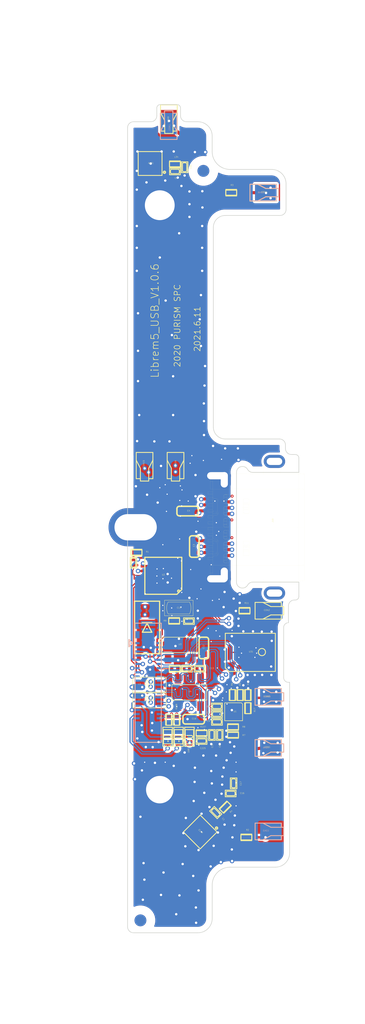
<source format=kicad_pcb>
(kicad_pcb (version 20240108) (generator "pcbnew") (generator_version "8.0")
  (title_block (title "Librem 5 USB-C Board") (date "2024-03-21") (rev "v1.0.6") (company "Purism SPC") (comment 1 "GNU GPLv3+") (comment 2 "Copyright"))
  (layers (0 "F.Cu" signal "Top") (1 "In1.Cu" signal "ÄÚ²ã 2") (2 "In2.Cu" signal "ÄÚ²ã 3") (3 "In3.Cu" signal "ÄÚ²ã 4") (4 "In4.Cu" signal "ÄÚ²ã 5") (31 "B.Cu" signal "Bottom") (34 "B.Paste" user "Paste Mask Bottom") (35 "F.Paste" user "Paste Mask Top") (36 "B.SilkS" user "Silkscreen Bottom") (37 "F.SilkS" user "Silkscreen Top") (38 "B.Mask" user "Solder Mask Bottom") (39 "F.Mask" user "Solder Mask Top") (44 "Edge.Cuts" user))
  (net 0 "")
  (net 1 "WIFI_ANT_GND")
  (net 2 "VSYS_3V4_4V3")
  (net 3 "VIO18_ANT")
  (net 4 "VDD28_ANT")
  (net 5 "VBUS_TYPEC")
  (net 6 "USB1_DP_CN")
  (net 7 "USB1_DN_CN")
  (net 8 "USB_PD_LDO3V3")
  (net 9 "SUB2")
  (net 10 "SSTXP2")
  (net 11 "SSTXP1")
  (net 12 "SSTXN2")
  (net 13 "SSTXN1")
  (net 14 "SSRXP2")
  (net 15 "SSRXP1")
  (net 16 "SSRXN2")
  (net 17 "SSRXN1")
  (net 18 "SPKR_C")
  (net 19 "SPKR")
  (net 20 "SPKL_C")
  (net 21 "SPKL")
  (net 22 "SBU2_C")
  (net 23 "SBU1_C")
  (net 24 "SBU1")
  (net 25 "MIC2_DAT")
  (net 26 "MIC2_CLK")
  (net 27 "MIC_1V8")
  (net 28 "MAIN_ANT_GND")
  (net 29 "GND")
  (net 30 "CC2_C")
  (net 31 "CC2")
  (net 32 "CC1_C")
  (net 33 "CC1")
  (net 34 "ANT_GND")
  (net 35 "4G_RFSW_EN")
  (net 36 "4G_MIPI_SDA")
  (net 37 "4G_MIPI_SCL")
  (net 38 "$$$7350")
  (net 39 "$$$7027")
  (net 40 "$$$7024")
  (net 41 "$$$6422")
  (net 42 "$$$6343")
  (net 43 "$$$6176")
  (net 44 "$$$5995")
  (net 45 "$$$32555")
  (net 46 "$$$25581")
  (net 47 "$$$23865")
  (net 48 "$$$20764")
  (net 49 "$$$19506")
  (net 50 "$$$19505")
  (net 51 "$$$19504")
  (net 52 "$$$19146")
  (net 53 "$$$18332")
  (net 54 "$$$18331")
  (net 55 "$$$12510")
  (net 56 "$$$12116")
  (net 57 "$$$11668")
  (net 58 "$$$10996")
  (footprint "CAP-0201" (layer "F.Cu") (at 148.71278 129.643535 135)
    (property "Reference" "C1")
    (property "Value" "CAP-0201" (hide yes))
  )
  (footprint "PTH_SLOT_220_355" (layer "F.Cu") (at 141.98845 105.724375)
    (property "Reference" "X1" (hide yes))
    (property "Value" "PTH_SLOT_220_355" (hide yes))
  )
  (footprint "RES-0201" (layer "F.Cu") (at 142.06278 107.843535)
    (property "Reference" "R1")
    (property "Value" "RES-0201" (hide yes))
  )
  (footprint "RES-0201" (layer "F.Cu") (at 145.43998 121.868735 -90)
    (property "Reference" "R238")
    (property "Value" "RES-0201" (hide yes))
  )
  (footprint "CAP-0402" (layer "F.Cu") (at 146.35438 104.368135)
    (property "Reference" "C4")
    (property "Value" "CAP-0402" (hide yes))
  )
  (footprint "RES-0201" (layer "F.Cu") (at 151.12958 112.724735)
    (property "Reference" "R11")
    (property "Value" "RES-0201" (hide yes))
  )
  (footprint "CAP-0402" (layer "F.Cu") (at 147.71278 115.843535 90)
    (property "Reference" "C12")
    (property "Value" "CAP-0402" (hide yes))
  )
  (footprint "3SM222FMT1KA" (layer "F.Cu") (at 152.28897 116.639235 180)
    (property "Reference" "U31")
    (property "Value" "3SM222FMT1KA" (hide yes))
  )
  (footprint "RES-0201" (layer "F.Cu") (at 145.22198 113.575135 180)
    (property "Reference" "R9")
    (property "Value" "RES-0201" (hide yes))
  )
  (footprint "PTH_D250_320" (layer "F.Cu") (at 144.01377 78.724295)
    (property "Reference" "TS2" (hide yes))
    (property "Value" "PTH_D250_320" (hide yes))
  )
  (footprint "RES-0201" (layer "F.Cu") (at 150.16438 123.138735 180)
    (property "Reference" "R7")
    (property "Value" "RES-0201" (hide yes))
  )
  (footprint "CAP-0603" (layer "F.Cu") (at 145.6127 112.493595 180)
    (property "Reference" "C15")
    (property "Value" "CAP-0603" (hide yes))
  )
  (footprint "RES-0201" (layer "F.Cu") (at 151.28198 131.723935)
    (property "Reference" "R2")
    (property "Value" "RES-0201" (hide yes))
  )
  (footprint "CAP-0201" (layer "F.Cu") (at 146.28878 117.588335)
    (property "Reference" "C18")
    (property "Value" "CAP-0201" (hide yes))
  )
  (footprint "RES-0201" (layer "F.Cu") (at 151.41278 119.793535 -90)
    (property "Reference" "R15")
    (property "Value" "RES-0201" (hide yes))
  )
  (footprint "ANT_CON1-CZX" (layer "F.Cu") (at 144.77958 71.635535 -90)
    (property "Reference" "CON9")
    (property "Value" "ANT_CON1-CZX" (hide yes))
  )
  (footprint "APEX-4" (layer "F.Cu") (at 143.20478 75.226335 90)
    (property "Reference" "ANT1")
    (property "Value" "APEX-4" (hide yes))
  )
  (footprint "IND-0603" (layer "F.Cu") (at 143.15398 118.922335)
    (property "Reference" "L3")
    (property "Value" "IND-0603" (hide yes))
  )
  (footprint "MXD8543E_QFN12" (layer "F.Cu") (at 150.21278 121.193535 -90)
    (property "Reference" "U1")
    (property "Value" "MXD8543E_QFN12" (hide yes))
  )
  (footprint "ANT_CON1-CZX" (layer "F.Cu") (at 142.73831 100.776605 -90)
    (property "Reference" "CON15")
    (property "Value" "ANT_CON1-CZX" (hide yes))
  )
  (footprint "WL2836E_SOT-23-5L" (layer "F.Cu") (at 146.49198 119.569535 -90)
    (property "Reference" "U4")
    (property "Value" "WL2836E_SOT-23-5L" (hide yes))
  )
  (footprint "CAP-0201" (layer "F.Cu") (at 147.35558 117.588335)
    (property "Reference" "C13")
    (property "Value" "CAP-0201" (hide yes))
  )
  (footprint "CAP-0201" (layer "F.Cu") (at 146.46278 113.593535)
    (property "Reference" "C11")
    (property "Value" "CAP-0201" (hide yes))
  )
  (footprint "ANT_CON1-CZX" (layer "F.Cu") (at 153.33852 119.943535)
    (property "Reference" "CON5")
    (property "Value" "ANT_CON1-CZX" (hide yes))
  )
  (footprint "RES-0201" (layer "F.Cu") (at 151.41278 120.893535 90)
    (property "Reference" "R17")
    (property "Value" "RES-0201" (hide yes))
  )
  (footprint "CON-USB-TYPEC-3107A" (layer "F.Cu") (at 156.08863 105.724235 90)
    (property "Reference" "J10")
    (property "Value" "CON-USB-TYPEC-3107A" (hide yes))
  )
  (footprint "CAP-0201" (layer "F.Cu") (at 147.52278 123.646735)
    (property "Reference" "C225")
    (property "Value" "CAP-0201" (hide yes))
  )
  (footprint "SC-M1.4F" (layer "F.Cu") (at 147.67518 75.843935)
    (property "Reference" "TS3" (hide yes))
    (property "Value" "SC-M1.4F" (hide yes))
  )
  (footprint "RES-0201" (layer "F.Cu") (at 150.11278 119.793535 -90)
    (property "Reference" "R6")
    (property "Value" "RES-0201" (hide yes))
  )
  (footprint "RES-0201" (layer "F.Cu") (at 150.76278 119.793535 -90)
    (property "Reference" "R5")
    (property "Value" "RES-0201" (hide yes))
  )
  (footprint "SC-M1.4F" (layer "F.Cu") (at 142.39198 138.683535)
    (property "Reference" "TS1" (hide yes))
    (property "Value" "SC-M1.4F" (hide yes))
  )
  (footprint "IND-0603" (layer "F.Cu") (at 143.15398 120.243135)
    (property "Reference" "L2")
    (property "Value" "IND-0603" (hide yes))
  )
  (footprint "ANT_CON1-CZX" (layer "F.Cu") (at 145.33831 100.776855 -90)
    (property "Reference" "CON16")
    (property "Value" "ANT_CON1-CZX" (hide yes))
  )
  (footprint "CAP-0201" (layer "F.Cu") (at 148.81278 122.043535 180)
    (property "Reference" "C9")
    (property "Value" "CAP-0201" (hide yes))
  )
  (footprint "CAP-0201" (layer "F.Cu") (at 141.81278 108.693535 -90)
    (property "Reference" "C14")
    (property "Value" "CAP-0201" (hide yes))
  )
  (footprint "RES-0201" (layer "F.Cu") (at 144.77958 121.868735 -90)
    (property "Reference" "R236")
    (property "Value" "RES-0201" (hide yes))
  )
  (footprint "CAP-0201" (layer "F.Cu") (at 146.10038 75.539135 -90)
    (property "Reference" "C89")
    (property "Value" "CAP-0201" (hide yes))
  )
  (footprint "CAP-0201" (layer "F.Cu") (at 148.81278 121.393535 180)
    (property "Reference" "C8")
    (property "Value" "CAP-0201" (hide yes))
  )
  (footprint "ANT_CON1-CZX" (layer "F.Cu") (at 153.33938 112.724735)
    (property "Reference" "CON2")
    (property "Value" "ANT_CON1-CZX" (hide yes))
  )
  (footprint "CAP-0201" (layer "F.Cu") (at 150.21278 127.193535 -90)
    (property "Reference" "C17")
    (property "Value" "CAP-0201" (hide yes))
  )
  (footprint "RES-0201" (layer "F.Cu") (at 145.28758 75.285135)
    (property "Reference" "L34")
    (property "Value" "RES-0201" (hide yes))
  )
  (footprint "RES-0201" (layer "F.Cu") (at 147.52278 122.986335)
    (property "Reference" "R237")
    (property "Value" "RES-0201" (hide yes))
  )
  (footprint "CAP-0402" (layer "F.Cu") (at 146.86238 121.817935 180)
    (property "Reference" "C19")
    (property "Value" "CAP-0402" (hide yes))
  )
  (footprint "TPD6S300AA" (layer "F.Cu") (at 144.31278 109.793535 90)
    (property "Reference" "U2")
    (property "Value" "TPD6S300AA" (hide yes))
  )
  (footprint "ANT_CON1-CZX" (layer "F.Cu") (at 153.33852 124.227275)
    (property "Reference" "CON1")
    (property "Value" "ANT_CON1-CZX" (hide yes))
  )
  (footprint "IND-0402" (layer "F.Cu") (at 144.67798 123.291135 90)
    (property "Reference" "L70")
    (property "Value" "IND-0402" (hide yes))
  )
  (footprint "APEX-4" (layer "F.Cu") (at 147.41278 131.273255 135)
    (property "Reference" "ANT2")
    (property "Value" "APEX-4" (hide yes))
  )
  (footprint "SOD123W" (layer "F.Cu") (at 142.95078 112.724735 -90)
    (property "Reference" "D10")
    (property "Value" "SOD123W" (hide yes))
  )
  (footprint "RES-0201" (layer "F.Cu") (at 150.16438 122.478335 180)
    (property "Reference" "R8")
    (property "Value" "RES-0201" (hide yes))
  )
  (footprint "IND-0402" (layer "F.Cu") (at 145.59238 123.291135 90)
    (property "Reference" "L69")
    (property "Value" "IND-0402" (hide yes))
  )
  (footprint "RES-0201" (layer "F.Cu") (at 150.01198 77.672735)
    (property "Reference" "R3")
    (property "Value" "RES-0201" (hide yes))
  )
  (footprint "CAP-0201" (layer "F.Cu") (at 148.38638 123.138735 -90)
    (property "Reference" "C10")
    (property "Value" "CAP-0201" (hide yes))
  )
  (footprint "WL2836E_SOT-23-5L" (layer "F.Cu") (at 145.66278 115.593535 -90)
    (property "Reference" "U3")
    (property "Value" "WL2836E_SOT-23-5L" (hide yes))
  )
  (footprint "ANT_CON1-CZX" (layer "F.Cu") (at 152.90758 77.672735)
    (property "Reference" "CON4")
    (property "Value" "ANT_CON1-CZX" (hide yes))
  )
  (footprint "CAP-0402" (layer "F.Cu") (at 146.91558 107.339935 90)
    (property "Reference" "C3")
    (property "Value" "CAP-0402" (hide yes))
  )
  (footprint "RES-0201" (layer "F.Cu") (at 145.27278 117.588335)
    (property "Reference" "R10")
    (property "Value" "RES-0201" (hide yes))
  )
  (footprint "CAP-0201" (layer "F.Cu") (at 148.81278 120.743535 180)
    (property "Reference" "C7")
    (property "Value" "CAP-0201" (hide yes))
  )
  (footprint "CAP-0201" (layer "F.Cu") (at 149.04678 123.138735 -90)
    (property "Reference" "C6")
    (property "Value" "CAP-0201" (hide yes))
  )
  (footprint "PTH_D230_320" (layer "F.Cu") (at 144.01377 127.724455)
    (property "Reference" "TS11" (hide yes))
    (property "Value" "PTH_D230_320" (hide yes))
  )
  (footprint "IND-0402" (layer "F.Cu") (at 146.50678 123.291135 90)
    (property "Reference" "L68")
    (property "Value" "IND-0402" (hide yes))
  )
  (footprint "CAP-0201" (layer "F.Cu") (at 149.96278 128.043535 180)
    (property "Reference" "C16")
    (property "Value" "CAP-0201" (hide yes))
  )
  (footprint "RES-0201" (layer "F.Cu") (at 149.51278 129.193535 45)
    (property "Reference" "R4")
    (property "Value" "RES-0201" (hide yes))
  )
  (footprint "CAP-0201" (layer "F.Cu") (at 145.28758 75.894735)
    (property "Reference" "C5")
    (property "Value" "CAP-0201" (hide yes))
  )
  (footprint "ANT_CON1-CZX" (layer "B.Cu") (at 153.34184 131.229585)
    (property "Reference" "CON3")
    (property "Value" "ANT_CON1-CZX" (hide yes))
  )
  (footprint "ANT_CON1-CZX" (layer "B.Cu") (at 144.76495 71.882005 90)
    (property "Reference" "CON7")
    (property "Value" "ANT_CON1-CZX" (hide yes))
  )
  (footprint "BTB40-0.35-KYOCERA" (layer "B.Cu") (at 143.0411 115.437565 -90)
    (property "Reference" "J11")
    (property "Value" "BTB40-0.35-KYOCERA" (hide yes))
  )
  (footprint "ANT_CON1-CZX" (layer "B.Cu") (at 153.34184 124.232905)
    (property "Reference" "CON6")
    (property "Value" "ANT_CON1-CZX" (hide yes))
  )
  (footprint "ANT_CON1-CZX" (layer "B.Cu") (at 152.91335 77.661535)
    (property "Reference" "CON8")
    (property "Value" "ANT_CON1-CZX" (hide yes))
  )
  (footprint "ANT_CON1-CZX" (layer "B.Cu") (at 153.34192 119.943415)
    (property "Reference" "CON10")
    (property "Value" "ANT_CON1-CZX" (hide yes))
  )
  (gr_line (start 141.31382 106.824375) (end 142.66307 104.624375) (stroke (width 0.0254)) (layer "F.Cu") (net 29))
  (gr_line (start 141.31382 104.624375) (end 142.66307 106.824375) (stroke (width 0.0254)) (layer "F.Cu") (net 29))
  (gr_line (start 141.31382 106.824375) (end 142.66307 106.824375) (stroke (width 0.0254)) (layer "F.Cu") (net 29))
  (gr_poly (pts (xy 141.67952 118.879105) (xy 142.57362 118.879105) (xy 142.57362 119.376055) (xy 141.67952 119.376055)) (fill solid) (layer "B.Cu") (net 20))
  (gr_poly (pts (xy 141.66704 119.588145) (xy 142.55491 119.588145) (xy 142.55491 120.085105) (xy 141.66704 120.085105)) (fill solid) (layer "B.Cu") (net 18))
  (gr_line (start 141.43706 115.151565) (end 141.72078 115.435285) (stroke (width 0.1016)) (layer "B.SilkS"))
  (gr_line (start 141.43706 115.732465) (end 141.72751 115.442015) (stroke (width 0.1016)) (layer "B.SilkS"))
  (gr_line (start 141.43706 115.732465) (end 141.43706 115.151565) (stroke (width 0.1016)) (layer "B.SilkS"))
  (gr_line (start 141.72078 115.442015) (end 141.72078 115.435285) (stroke (width 0.1016)) (layer "B.SilkS"))
  (gr_line (start 141.72078 115.442015) (end 141.72751 115.442015) (stroke (width 0.1016)) (layer "B.SilkS"))
  (gr_arc (start 147.21336 71.724345) (mid 148.061888 72.075817) (end 148.41336 72.924345) (stroke (width 0.05)) (layer "Edge.Cuts"))
  (gr_arc (start 143.76506 70.58283) (mid 143.852928 70.370698) (end 144.06506 70.28283) (stroke (width 0.05)) (layer "Edge.Cuts"))
  (gr_line (start 154.91382 118.727275) (end 154.91382 133.024425) (stroke (width 0.05)) (layer "Edge.Cuts"))
  (gr_line (start 149.91338 75.723615) (end 153.41325 75.723615) (stroke (width 0.05)) (layer "Edge.Cuts"))
  (gr_arc (start 153.41325 75.723615) (mid 154.261778 76.075087) (end 154.61325 76.923615) (stroke (width 0.05)) (layer "Edge.Cuts"))
  (gr_arc (start 150.45378 101.124375) (mid 150.824496 100.64231) (end 151.386543 100.874519) (stroke (width 0.05)) (layer "Edge.Cuts"))
  (gr_line (start 141.31382 139.224375) (end 141.31382 72.224375) (stroke (width 0.05)) (layer "Edge.Cuts"))
  (gr_arc (start 151.387734 110.574406) (mid 151.570721 110.391383) (end 151.820708 110.324394) (stroke (width 0.05)) (layer "Edge.Cuts"))
  (gr_line (start 155.68838 110.324375) (end 151.82071 110.324342) (stroke (width 0.05)) (layer "Edge.Cuts"))
  (gr_arc (start 141.31382 72.224375) (mid 141.460267 71.870822) (end 141.81382 71.724375) (stroke (width 0.05)) (layer "Edge.Cuts"))
  (gr_line (start 154.11326 79.583575) (end 149.51295 79.583575) (stroke (width 0.05)) (layer "Edge.Cuts"))
  (gr_line (start 154.61325 76.923615) (end 154.61325 79.083575) (stroke (width 0.05)) (layer "Edge.Cuts"))
  (gr_line (start 153.71382 134.224425) (end 149.91433 134.224425) (stroke (width 0.05)) (layer "Edge.Cuts"))
  (gr_line (start 155.38837 99.624375) (end 155.388335 99.624365) (stroke (width 0.05)) (layer "Edge.Cuts"))
  (gr_line (start 154.412875 114.127275) (end 154.41288 118.327275) (stroke (width 0.05)) (layer "Edge.Cuts"))
  (gr_arc (start 154.61325 79.083575) (mid 154.466807 79.437125) (end 154.11326 79.583575) (stroke (width 0.05)) (layer "Edge.Cuts"))
  (gr_arc (start 151.387734 110.574406) (mid 150.825415 110.806752) (end 150.454602 110.324378) (stroke (width 0.05)) (layer "Edge.Cuts"))
  (gr_arc (start 146.25752 71.724375) (mid 145.90396 71.577932) (end 145.75751 71.224375) (stroke (width 0.05)) (layer "Edge.Cuts"))
  (gr_line (start 145.75751 70.582825) (end 145.75751 71.224375) (stroke (width 0.05)) (layer "Edge.Cuts"))
  (gr_arc (start 154.412875 114.127275) (mid 154.530034 113.844431) (end 154.81288 113.727275) (stroke (width 0.05)) (layer "Edge.Cuts"))
  (gr_arc (start 155.68826 111.524374) (mid 155.600412 111.736505) (end 155.38829 111.824375) (stroke (width 0.05)) (layer "Edge.Cuts"))
  (gr_arc (start 141.81383 139.724385) (mid 141.46027 139.577935) (end 141.31382 139.224375) (stroke (width 0.05)) (layer "Edge.Cuts"))
  (gr_line (start 148.41527 135.723495) (end 148.415275 138.524377) (stroke (width 0.05)) (layer "Edge.Cuts"))
  (gr_line (start 148.51295 80.583575) (end 148.51295 97.324375) (stroke (width 0.05)) (layer "Edge.Cuts"))
  (gr_line (start 148.41336 72.924345) (end 148.4134 74.223615) (stroke (width 0.05)) (layer "Edge.Cuts"))
  (gr_line (start 141.81382 71.724375) (end 143.26506 71.724375) (stroke (width 0.05)) (layer "Edge.Cuts"))
  (gr_line (start 155.68838 110.324375) (end 155.68829 111.524405) (stroke (width 0.05)) (layer "Edge.Cuts"))
  (gr_arc (start 143.76506 71.224375) (mid 143.618613 71.577928) (end 143.26506 71.724375) (stroke (width 0.05)) (layer "Edge.Cuts"))
  (gr_arc (start 151.81955 101.124375) (mid 151.569637 101.057378) (end 151.386639 100.874466) (stroke (width 0.05)) (layer "Edge.Cuts"))
  (gr_line (start 149.51295 98.324375) (end 154.0623 98.324375) (stroke (width 0.05)) (layer "Edge.Cuts"))
  (gr_line (start 143.76506 71.224375) (end 143.76506 70.58283) (stroke (width 0.05)) (layer "Edge.Cuts"))
  (gr_line (start 154.5633 98.825375) (end 154.5633 99.124375) (stroke (width 0.05)) (layer "Edge.Cuts"))
  (gr_line (start 146.25752 71.724375) (end 147.21336 71.724375) (stroke (width 0.05)) (layer "Edge.Cuts"))
  (gr_arc (start 148.51295 80.583575) (mid 148.805843 79.876468) (end 149.51295 79.583575) (stroke (width 0.05)) (layer "Edge.Cuts"))
  (gr_arc (start 154.0623 98.324375) (mid 154.41656 98.471115) (end 154.5633 98.825375) (stroke (width 0.05)) (layer "Edge.Cuts"))
  (gr_arc (start 154.813177 112.325008) (mid 154.959813 111.971003) (end 155.31382 111.824375) (stroke (width 0.05)) (layer "Edge.Cuts"))
  (gr_line (start 144.06506 70.282825) (end 145.45751 70.282825) (stroke (width 0.05)) (layer "Edge.Cuts"))
  (gr_arc (start 148.415273 138.524377) (mid 148.063796 139.372909) (end 147.21526 139.724375) (stroke (width 0.05)) (layer "Edge.Cuts"))
  (gr_line (start 147.21526 139.724375) (end 141.81383 139.724375) (stroke (width 0.05)) (layer "Edge.Cuts"))
  (gr_line (start 155.68829 111.524405) (end 155.68829 111.524375) (stroke (width 0.05)) (layer "Edge.Cuts"))
  (gr_line (start 155.0633 99.624375) (end 155.38837 99.624375) (stroke (width 0.05)) (layer "Edge.Cuts"))
  (gr_arc (start 154.91382 133.024425) (mid 154.562348 133.872953) (end 153.71382 134.224425) (stroke (width 0.05)) (layer "Edge.Cuts"))
  (gr_arc (start 149.51295 98.324375) (mid 148.805843 98.031482) (end 148.51295 97.324375) (stroke (width 0.05)) (layer "Edge.Cuts"))
  (gr_arc (start 155.38837 99.624375) (mid 155.600523 99.712252) (end 155.6884 99.924405) (stroke (width 0.05)) (layer "Edge.Cuts"))
  (gr_arc (start 145.45751 70.282825) (mid 145.669642 70.370693) (end 145.75751 70.582825) (stroke (width 0.05)) (layer "Edge.Cuts"))
  (gr_line (start 150.45378 101.124375) (end 150.454601 110.324378) (stroke (width 0.05)) (layer "Edge.Cuts"))
  (gr_line (start 154.81381 112.325008) (end 154.81288 113.727275) (stroke (width 0.05)) (layer "Edge.Cuts"))
  (gr_arc (start 148.4153 135.723495) (mid 148.854353 134.663507) (end 149.91433 134.224425) (stroke (width 0.05)) (layer "Edge.Cuts"))
  (gr_arc (start 155.0633 99.624375) (mid 154.709747 99.477928) (end 154.5633 99.124375) (stroke (width 0.05)) (layer "Edge.Cuts"))
  (gr_arc (start 149.91338 75.723595) (mid 148.852734 75.284261) (end 148.4134 74.223615) (stroke (width 0.05)) (layer "Edge.Cuts"))
  (gr_arc (start 154.81288 118.727275) (mid 154.530037 118.610118) (end 154.41288 118.327275) (stroke (width 0.05)) (layer "Edge.Cuts"))
  (gr_line (start 155.68826 101.124375) (end 151.81955 101.124375) (stroke (width 0.05)) (layer "Edge.Cuts"))
  (gr_line (start 155.68826 99.924405) (end 155.68826 101.124375) (stroke (width 0.05)) (layer "Edge.Cuts"))
  (gr_line (start 154.81288 118.727275) (end 154.91382 118.727275) (stroke (width 0.05)) (layer "Edge.Cuts"))
  (gr_line (start 155.38829 111.824375) (end 155.31382 111.824375) (stroke (width 0.05)) (layer "Edge.Cuts"))
  (gr_text "Librem5_USB_V1.0.6" (at 143.97469 93.248405 90) (layer "F.SilkS") (effects (font (size 0.635 0.635) (thickness 0.0508)) (justify left bottom)))
  (gr_text "2021.6.11" (at 147.46078 91.042645 90) (layer "F.SilkS") (effects (font (size 0.5 0.5) (thickness 0.0508)) (justify left bottom)))
  (gr_text "2020 PURISM SPC" (at 145.77923 92.332895 90) (layer "F.SilkS") (effects (font (size 0.5 0.5) (thickness 0.0508)) (justify left bottom)))
  (segment (start 150.24698 77.672735) (end 152.90758 77.672735) (width 0.26162) (layer "F.Cu") (net 1))
  (via (at 153.31495 78.137015) (size 0.381) (drill 0.1999) (layers "F.Cu" "B.Cu") (net 1))
  (via (at 152.93171 77.696415) (size 0.381) (drill 0.1999) (layers "F.Cu" "B.Cu") (net 1))
  (via (at 153.31234 77.250605) (size 0.381) (drill 0.1999) (layers "F.Cu" "B.Cu") (net 1))
  (segment (start 143.7996 116.255595) (end 143.7996 115.114605) (width 0.1524) (layer "F.Cu") (net 2))
  (segment (start 144.20503 114.709175) (end 144.20503 113.658235) (width 0.1524) (layer "F.Cu") (net 2))
  (segment (start 146.69778 114.443535) (end 146.69778 113.593535) (width 0.2032) (layer "F.Cu") (net 2))
  (segment (start 146.5181 113.151855) (end 146.69778 113.331535) (width 0.1524) (layer "F.Cu") (net 2))
  (segment (start 144.20503 113.658235) (end 144.71141 113.151855) (width 0.1524) (layer "F.Cu") (net 2))
  (segment (start 144.71141 113.151855) (end 146.5181 113.151855) (width 0.1524) (layer "F.Cu") (net 2))
  (segment (start 143.48562 116.569585) (end 143.7996 116.255595) (width 0.1524) (layer "F.Cu") (net 2))
  (segment (start 146.69778 113.593535) (end 146.69778 113.331535) (width 0.1524) (layer "F.Cu") (net 2))
  (segment (start 143.7996 115.114605) (end 144.20503 114.709175) (width 0.1524) (layer "F.Cu") (net 2))
  (segment (start 142.82701 116.569585) (end 143.48562 116.569585) (width 0.1524) (layer "F.Cu") (net 2))
  (segment (start 146.61278 114.443535) (end 146.69778 114.443535) (width 0.2032) (layer "F.Cu") (net 2))
  (via (at 142.82701 116.569585) (size 0.381) (drill 0.1999) (layers "F.Cu" "B.Cu") (net 2))
  (segment (start 142.74499 116.487565) (end 142.82701 116.569585) (width 0.1524) (layer "B.Cu") (net 2))
  (segment (start 142.1061 116.487565) (end 142.74499 116.487565) (width 0.1524) (layer "B.Cu") (net 2))
  (segment (start 149.61278 121.971095) (end 149.61278 121.793535) (width 0.1016) (layer "F.Cu") (net 3))
  (segment (start 148.40666 122.869015) (end 148.6836 122.592075) (width 0.1016) (layer "F.Cu") (net 3))
  (segment (start 147.55182 121.817935) (end 148.38638 122.652495) (width 0.1016) (layer "F.Cu") (net 3))
  (segment (start 147.44198 121.817935) (end 147.44198 120.719535) (width 0.2032) (layer "F.Cu") (net 3))
  (segment (start 148.6836 122.592075) (end 148.9918 122.592075) (width 0.1016) (layer "F.Cu") (net 3))
  (segment (start 148.38638 122.903735) (end 148.38638 122.869015) (width 0.1016) (layer "F.Cu") (net 3))
  (segment (start 148.38638 122.869015) (end 148.40666 122.869015) (width 0.1016) (layer "F.Cu") (net 3))
  (segment (start 148.9918 122.592075) (end 149.61278 121.971095) (width 0.1016) (layer "F.Cu") (net 3))
  (segment (start 147.37038 121.817935) (end 147.44198 121.817935) (width 0.2032) (layer "F.Cu") (net 3))
  (segment (start 148.38638 122.903735) (end 148.38638 122.652495) (width 0.1016) (layer "F.Cu") (net 3))
  (segment (start 147.37038 121.817935) (end 147.55182 121.817935) (width 0.1016) (layer "F.Cu") (net 3))
  (segment (start 147.59058 116.351535) (end 147.71278 116.351535) (width 0.2032) (layer "F.Cu") (net 4))
  (segment (start 149.43698 121.393535) (end 149.61278 121.393535) (width 0.1016) (layer "F.Cu") (net 4))
  (segment (start 147.59058 118.160835) (end 147.59898 118.169235) (width 0.2032) (layer "F.Cu") (net 4))
  (segment (start 149.08227 122.043535) (end 149.08227 122.023025) (width 0.1016) (layer "F.Cu") (net 4))
  (segment (start 146.61278 116.473985) (end 147.71278 116.473985) (width 0.2032) (layer "F.Cu") (net 4))
  (segment (start 147.71278 116.473985) (end 147.71278 116.351535) (width 0.2032) (layer "F.Cu") (net 4))
  (segment (start 148.4108 122.376935) (end 148.76938 122.376935) (width 0.1016) (layer "F.Cu") (net 4))
  (segment (start 148.76938 122.376935) (end 149.04778 122.098535) (width 0.1016) (layer "F.Cu") (net 4))
  (segment (start 149.33109 121.499425) (end 149.43698 121.393535) (width 0.1016) (layer "F.Cu") (net 4))
  (segment (start 148.00723 121.973355) (end 148.4108 122.376935) (width 0.1016) (layer "F.Cu") (net 4))
  (segment (start 147.44198 119.008965) (end 148.00723 119.574215) (width 0.1016) (layer "F.Cu") (net 4))
  (segment (start 148.00723 121.973355) (end 148.00723 119.574215) (width 0.1016) (layer "F.Cu") (net 4))
  (segment (start 147.59058 117.588335) (end 147.59058 116.351535) (width 0.2032) (layer "F.Cu") (net 4))
  (segment (start 146.61278 116.743535) (end 146.61278 116.473985) (width 0.0889) (layer "F.Cu") (net 4))
  (segment (start 147.59058 118.160835) (end 147.59058 117.588335) (width 0.2032) (layer "F.Cu") (net 4))
  (segment (start 149.08227 122.023025) (end 149.33109 121.774205) (width 0.1016) (layer "F.Cu") (net 4))
  (segment (start 149.04778 122.098535) (end 149.04778 122.043535) (width 0.1016) (layer "F.Cu") (net 4))
  (segment (start 149.33109 121.774205) (end 149.33109 121.499425) (width 0.1016) (layer "F.Cu") (net 4))
  (segment (start 147.44198 118.419535) (end 147.55338 118.419535) (width 0.2032) (layer "F.Cu") (net 4))
  (segment (start 147.44198 119.008965) (end 147.44198 118.419535) (width 0.1016) (layer "F.Cu") (net 4))
  (segment (start 147.59898 118.465135) (end 147.59898 118.169235) (width 0.2032) (layer "F.Cu") (net 4))
  (segment (start 149.04778 122.043535) (end 149.08227 122.043535) (width 0.1016) (layer "F.Cu") (net 4))
  (segment (start 147.55338 118.419535) (end 147.59898 118.465135) (width 0.2032) (layer "F.Cu") (net 4))
  (segment (start 147.38548 106.663175) (end 147.38735 106.661305) (width 0.0889) (layer "F.Cu") (net 5))
  (segment (start 148.16885 104.343685) (end 148.74268 104.343685) (width 0.254) (layer "F.Cu") (net 5))
  (segment (start 146.88128 104.349235) (end 148.1633 104.349235) (width 0.254) (layer "F.Cu") (net 5))
  (segment (start 147.5158 106.849235) (end 148.1633 106.849235) (width 0.254) (layer "F.Cu") (net 5))
  (segment (start 148.74268 104.343685) (end 148.99824 104.599235) (width 0.254) (layer "F.Cu") (net 5))
  (segment (start 148.99824 104.599235) (end 149.51363 104.599235) (width 0.254) (layer "F.Cu") (net 5))
  (segment (start 149.00496 107.090495) (end 149.51363 107.099235) (width 0.25) (layer "F.Cu") (net 5))
  (segment (start 147.9733 104.349235) (end 148.1633 104.349235) (width 0.1) (layer "F.Cu") (net 5))
  (segment (start 148.7637 106.849235) (end 149.00496 107.090495) (width 0.25) (layer "F.Cu") (net 5))
  (segment (start 148.1633 104.349235) (end 148.16885 104.343685) (width 0.254) (layer "F.Cu") (net 5))
  (segment (start 148.1633 106.849235) (end 148.7637 106.849235) (width 0.25) (layer "F.Cu") (net 5))
  (segment (start 146.86238 104.368135) (end 146.88128 104.349235) (width 0.254) (layer "F.Cu") (net 5))
  (segment (start 147.4985 106.831935) (end 147.5158 106.849235) (width 0.1016) (layer "F.Cu") (net 5))
  (segment (start 147.9733 106.849235) (end 148.1633 106.849235) (width 0.1) (layer "F.Cu") (net 5))
  (segment (start 147.38548 106.849235) (end 147.5158 106.849235) (width 0.254) (layer "F.Cu") (net 5))
  (segment (start 146.91558 106.831935) (end 147.4985 106.831935) (width 0.254) (layer "F.Cu") (net 5))
  (segment (start 147.38548 106.849235) (end 147.38548 106.663175) (width 0.0889) (layer "F.Cu") (net 5))
  (via (at 147.32051 104.523115) (size 0.381) (drill 0.1999) (layers "F.Cu" "B.Cu") (net 5))
  (via (at 150.07667 104.599225) (size 0.381) (drill 0.1999) (layers "F.Cu" "B.Cu") (net 5))
  (via (at 147.38735 106.661305) (size 0.381) (drill 0.1999) (layers "F.Cu" "B.Cu") (net 5))
  (via (at 150.0744 107.101025) (size 0.381) (drill 0.1999) (layers "F.Cu" "B.Cu") (net 5))
  (via (at 142.77286 113.053915) (size 0.381) (drill 0.1999) (layers "F.Cu" "B.Cu") (net 5))
  (via (at 142.78083 112.396905) (size 0.381) (drill 0.1999) (layers "F.Cu" "B.Cu") (net 5))
  (segment (start 148.26909 112.601855) (end 148.26909 111.616215) (width 0.0889) (layer "F.Cu") (net 6))
  (segment (start 148.1633 105.849235) (end 148.78104 105.849235) (width 0.0889) (layer "F.Cu") (net 6))
  (segment (start 147.23813 110.585265) (end 147.23813 109.131435) (width 0.0889) (layer "F.Cu") (net 6))
  (segment (start 147.50758 105.712965) (end 147.64385 105.849235) (width 0.0889) (layer "F.Cu") (net 6))
  (segment (start 146.17047 105.989035) (end 146.44655 105.712965) (width 0.0889) (layer "F.Cu") (net 6))
  (segment (start 148.26909 112.601855) (end 149.16319 113.495955) (width 0.0889) (layer "F.Cu") (net 6))
  (segment (start 146.17047 107.705065) (end 146.44702 107.981615) (width 0.0889) (layer "F.Cu") (net 6))
  (segment (start 147.23216 109.125455) (end 147.23813 109.131435) (width 0.0889) (layer "F.Cu") (net 6))
  (segment (start 146.44702 108.215315) (end 146.44702 107.981615) (width 0.0889) (layer "F.Cu") (net 6))
  (segment (start 149.03104 105.599235) (end 149.51363 105.599235) (width 0.0889) (layer "F.Cu") (net 6))
  (segment (start 146.17047 107.705065) (end 146.17047 105.989035) (width 0.0889) (layer "F.Cu") (net 6))
  (segment (start 146.44655 105.712965) (end 147.50758 105.712965) (width 0.0889) (layer "F.Cu") (net 6))
  (segment (start 147.64385 105.849235) (end 148.1633 105.849235) (width 0.0889) (layer "F.Cu") (net 6))
  (segment (start 149.16319 113.495955) (end 149.43751 113.495955) (width 0.0889) (layer "F.Cu") (net 6))
  (segment (start 149.58356 113.349905) (end 149.81851 113.349905) (width 0.0889) (layer "F.Cu") (net 6))
  (segment (start 146.44702 108.215315) (end 147.23216 109.000445) (width 0.0889) (layer "F.Cu") (net 6))
  (segment (start 147.23216 109.125455) (end 147.23216 109.000445) (width 0.0889) (layer "F.Cu") (net 6))
  (segment (start 148.78104 105.849235) (end 149.03104 105.599235) (width 0.0889) (layer "F.Cu") (net 6))
  (segment (start 149.43751 113.495955) (end 149.58356 113.349905) (width 0.0889) (layer "F.Cu") (net 6))
  (segment (start 147.23813 110.585265) (end 148.26909 111.616215) (width 0.0889) (layer "F.Cu") (net 6))
  (via (at 149.81851 113.349905) (size 0.381) (drill 0.1999) (layers "F.Cu" "B.Cu") (net 6))
  (segment (start 149.43751 113.495955) (end 149.58356 113.349905) (width 0.0889) (layer "B.Cu") (net 6))
  (segment (start 143.9761 116.137565) (end 144.23555 116.137565) (width 0.0889) (layer "B.Cu") (net 6))
  (segment (start 146.19775 115.181965) (end 147.88376 113.495955) (width 0.0889) (layer "B.Cu") (net 6))
  (segment (start 145.97424 116.223665) (end 146.19775 116.000165) (width 0.0889) (layer "B.Cu") (net 6))
  (segment (start 146.19775 116.000165) (end 146.19775 115.181965) (width 0.0889) (layer "B.Cu") (net 6))
  (segment (start 144.32165 116.223665) (end 145.97424 116.223665) (width 0.0889) (layer "B.Cu") (net 6))
  (segment (start 144.23555 116.137565) (end 144.32165 116.223665) (width 0.0889) (layer "B.Cu") (net 6))
  (segment (start 149.58356 113.349905) (end 149.81851 113.349905) (width 0.0889) (layer "B.Cu") (net 6))
  (segment (start 147.88376 113.495955) (end 149.43751 113.495955) (width 0.0889) (layer "B.Cu") (net 6))
  (segment (start 146.3729 105.535165) (end 147.45306 105.535165) (width 0.0889) (layer "F.Cu") (net 7))
  (segment (start 147.45306 105.535165) (end 147.639 105.349235) (width 0.0889) (layer "F.Cu") (net 7))
  (segment (start 149.43751 113.673745) (end 149.58356 113.819805) (width 0.0889) (layer "F.Cu") (net 7))
  (segment (start 145.99268 105.915395) (end 146.3729 105.535165) (width 0.0889) (layer "F.Cu") (net 7))
  (segment (start 149.10923 106.072635) (end 149.66363 106.072635) (width 0.0889) (layer "F.Cu") (net 7))
  (segment (start 147.05437 109.199105) (end 147.06034 109.205075) (width 0.0889) (layer "F.Cu") (net 7))
  (segment (start 148.96164 106.074105) (end 149.10923 106.072635) (width 0.0889) (layer "F.Cu") (net 7))
  (segment (start 148.09129 112.675505) (end 148.09129 111.689865) (width 0.0889) (layer "F.Cu") (net 7))
  (segment (start 146.26923 108.288955) (end 147.05437 109.074095) (width 0.0889) (layer "F.Cu") (net 7))
  (segment (start 149.58356 113.819805) (end 149.81851 113.819805) (width 0.0889) (layer "F.Cu") (net 7))
  (segment (start 147.05437 109.199105) (end 147.05437 109.074095) (width 0.0889) (layer "F.Cu") (net 7))
  (segment (start 146.26923 108.288955) (end 146.26923 108.055265) (width 0.0889) (layer "F.Cu") (net 7))
  (segment (start 148.09129 112.675505) (end 149.08954 113.673745) (width 0.0889) (layer "F.Cu") (net 7))
  (segment (start 145.99268 107.778715) (end 146.26923 108.055265) (width 0.0889) (layer "F.Cu") (net 7))
  (segment (start 149.51363 106.099235) (end 149.66363 106.072635) (width 0.0889) (layer "F.Cu") (net 7))
  (segment (start 149.08954 113.673745) (end 149.43751 113.673745) (width 0.0889) (layer "F.Cu") (net 7))
  (segment (start 145.99268 107.778715) (end 145.99268 105.915395) (width 0.0889) (layer "F.Cu") (net 7))
  (segment (start 147.06034 110.658915) (end 148.09129 111.689865) (width 0.0889) (layer "F.Cu") (net 7))
  (segment (start 148.1633 105.349235) (end 148.3133 105.351705) (width 0.0889) (layer "F.Cu") (net 7))
  (segment (start 148.7641 105.349235) (end 148.7641 105.342185) (width 0.0889) (layer "F.Cu") (net 7))
  (segment (start 148.1633 105.349235) (end 148.7641 105.349235) (width 0.0889) (layer "F.Cu") (net 7))
  (segment (start 147.639 105.349235) (end 148.1633 105.349235) (width 0.0889) (layer "F.Cu") (net 7))
  (segment (start 147.06034 110.658915) (end 147.06034 109.205075) (width 0.0889) (layer "F.Cu") (net 7))
  (via micro (at 148.7641 105.342185) (size 0.25) (drill 0.1) (layers "F.Cu" "In1.Cu") (net 7))
  (via (at 149.81851 113.819805) (size 0.381) (drill 0.1999) (layers "F.Cu" "B.Cu") (net 7))
  (via micro (at 148.96164 106.074105) (size 0.25) (drill 0.1) (layers "F.Cu" "In1.Cu") (net 7))
  (segment (start 144.32165 116.401465) (end 146.04789 116.401465) (width 0.0889) (layer "B.Cu") (net 7))
  (segment (start 143.9761 116.487565) (end 144.23555 116.487565) (width 0.0889) (layer "B.Cu") (net 7))
  (segment (start 146.37554 116.073815) (end 146.37554 115.255615) (width 0.0889) (layer "B.Cu") (net 7))
  (segment (start 149.58356 113.819805) (end 149.81851 113.819805) (width 0.0889) (layer "B.Cu") (net 7))
  (segment (start 147.95741 113.673745) (end 149.43751 113.673745) (width 0.0889) (layer "B.Cu") (net 7))
  (segment (start 146.37554 115.255615) (end 147.95741 113.673745) (width 0.0889) (layer "B.Cu") (net 7))
  (segment (start 144.23555 116.487565) (end 144.32165 116.401465) (width 0.0889) (layer "B.Cu") (net 7))
  (segment (start 149.43751 113.673745) (end 149.58356 113.819805) (width 0.0889) (layer "B.Cu") (net 7))
  (segment (start 146.04789 116.401465) (end 146.37554 116.073815) (width 0.0889) (layer "B.Cu") (net 7))
  (segment (start 141.81278 108.419505) (end 141.81516 108.417115) (width 0.1524) (layer "F.Cu") (net 8))
  (segment (start 142.23495 108.293535) (end 143.50278 108.293535) (width 0.1524) (layer "F.Cu") (net 8))
  (segment (start 141.81278 108.458535) (end 141.81278 107.858535) (width 0.1524) (layer "F.Cu") (net 8))
  (segment (start 141.81278 107.858535) (end 141.82778 107.843535) (width 0.1524) (layer "F.Cu") (net 8))
  (segment (start 141.81278 108.458535) (end 141.81278 108.419505) (width 0.1524) (layer "F.Cu") (net 8))
  (segment (start 142.18473 108.413265) (end 142.18473 108.343745) (width 0.1524) (layer "F.Cu") (net 8))
  (segment (start 141.81516 108.417115) (end 142.18088 108.417115) (width 0.1524) (layer "F.Cu") (net 8))
  (segment (start 142.18088 108.417115) (end 142.18473 108.413265) (width 0.1524) (layer "F.Cu") (net 8))
  (segment (start 142.18473 108.343745) (end 142.23495 108.293535) (width 0.1524) (layer "F.Cu") (net 8))
  (via (at 142.18473 108.413265) (size 0.381) (drill 0.1999) (layers "F.Cu" "B.Cu") (net 8))
  (segment (start 141.65274 116.718035) (end 141.77226 116.837565) (width 0.1524) (layer "B.Cu") (net 8))
  (segment (start 141.77226 116.837565) (end 142.1061 116.837565) (width 0.1524) (layer "B.Cu") (net 8))
  (segment (start 141.65274 116.718035) (end 141.65274 108.945255) (width 0.1524) (layer "B.Cu") (net 8))
  (segment (start 141.65274 108.945255) (end 142.18473 108.413265) (width 0.1524) (layer "B.Cu") (net 8))
  (segment (start 146.3268 110.193535) (end 146.44908 110.315815) (width 0.1016) (layer "F.Cu") (net 9))
  (segment (start 145.1671 107.465655) (end 145.1671 103.224895) (width 0.0889) (layer "F.Cu") (net 9))
  (segment (start 145.81278 110.193535) (end 146.3268 110.193535) (width 0.1016) (layer "F.Cu") (net 9))
  (segment (start 145.86146 111.190695) (end 146.07039 111.190695) (width 0.1016) (layer "F.Cu") (net 9))
  (segment (start 150.06457 106.599625) (end 150.06457 106.599145) (width 0.1524) (layer "F.Cu") (net 9))
  (segment (start 145.79721 102.594785) (end 145.8818 102.594785) (width 0.0889) (layer "F.Cu") (net 9))
  (segment (start 149.51363 106.599235) (end 149.64816 106.603075) (width 0.1016) (layer "F.Cu") (net 9))
  (segment (start 149.51363 106.599235) (end 149.66363 106.599625) (width 0.1524) (layer "F.Cu") (net 9))
  (segment (start 146.44908 110.812015) (end 146.44908 110.315815) (width 0.1016) (layer "F.Cu") (net 9))
  (segment (start 145.1671 107.465655) (end 145.38101 107.679565) (width 0.0889) (layer "F.Cu") (net 9))
  (segment (start 145.38101 108.174055) (end 145.38101 107.679565) (width 0.0889) (layer "F.Cu") (net 9))
  (segment (start 146.07039 111.190695) (end 146.44908 110.812015) (width 0.1016) (layer "F.Cu") (net 9))
  (segment (start 145.38101 108.174055) (end 145.52414 108.317185) (width 0.0889) (layer "F.Cu") (net 9))
  (segment (start 149.66363 106.599625) (end 150.06457 106.599625) (width 0.1524) (layer "F.Cu") (net 9))
  (segment (start 145.1671 103.224895) (end 145.79721 102.594785) (width 0.0889) (layer "F.Cu") (net 9))
  (via micro (at 145.86146 111.190695) (size 0.25) (drill 0.1) (layers "F.Cu" "In1.Cu") (net 9))
  (via micro (at 145.52414 108.317185) (size 0.25) (drill 0.1) (layers "F.Cu" "In1.Cu") (net 9))
  (via micro (at 150.06457 106.599145) (size 0.25) (drill 0.1) (layers "F.Cu" "In1.Cu") (net 9))
  (via micro (at 145.8818 102.594785) (size 0.25) (drill 0.1) (layers "F.Cu" "In1.Cu") (net 9))
  (segment (start 149.51363 103.603235) (end 150.07667 103.603235) (width 0.1) (layer "F.Cu") (net 10))
  (segment (start 149.51363 103.603235) (end 149.51363 103.599235) (width 0.1) (layer "F.Cu") (net 10))
  (via (at 144.7688 120.271585) (size 0.381) (drill 0.1999) (layers "F.Cu" "B.Cu") (net 10))
  (via (at 150.07667 103.603235) (size 0.381) (drill 0.1999) (layers "F.Cu" "B.Cu") (net 10))
  (segment (start 144.50706 120.423665) (end 144.7688 120.271585) (width 0.0889) (layer "B.Cu") (net 10))
  (segment (start 143.9761 120.337565) (end 144.23555 120.337565) (width 0.0889) (layer "B.Cu") (net 10))
  (segment (start 144.32165 120.423665) (end 144.50706 120.423665) (width 0.0889) (layer "B.Cu") (net 10))
  (segment (start 144.23555 120.337565) (end 144.32165 120.423665) (width 0.0889) (layer "B.Cu") (net 10))
  (segment (start 147.49733 107.860565) (end 148.1633 107.860565) (width 0.2032) (layer "F.Cu") (net 11))
  (segment (start 148.1633 107.860565) (end 148.1633 107.849235) (width 0.2032) (layer "F.Cu") (net 11))
  (via (at 147.49733 107.860565) (size 0.381) (drill 0.1999) (layers "F.Cu" "B.Cu") (net 11))
  (via (at 148.9866 119.286525) (size 0.381) (drill 0.1999) (layers "F.Cu" "B.Cu") (net 11))
  (segment (start 145.74688 119.841225) (end 145.74688 119.312715) (width 0.0889) (layer "B.Cu") (net 11))
  (segment (start 148.49289 119.163175) (end 148.63317 119.022895) (width 0.0889) (layer "B.Cu") (net 11))
  (segment (start 147.52488 121.451135) (end 147.52488 119.316215) (width 0.0889) (layer "B.Cu") (net 11))
  (segment (start 146.52476 119.902115) (end 146.74701 119.902115) (width 0.0889) (layer "B.Cu") (net 11))
  (segment (start 145.91771 119.141885) (end 146.28725 119.141885) (width 0.0889) (layer "B.Cu") (net 11))
  (segment (start 146.81368 119.316215) (end 146.98451 119.145395) (width 0.0889) (layer "B.Cu") (net 11))
  (segment (start 148.84738 119.022895) (end 148.9866 119.162115) (width 0.0889) (layer "B.Cu") (net 11))
  (segment (start 147.88048 121.451135) (end 147.88048 119.333995) (width 0.0889) (layer "B.Cu") (net 11))
  (segment (start 146.81368 119.835445) (end 146.81368 119.316215) (width 0.0889) (layer "B.Cu") (net 11))
  (segment (start 148.9866 119.286525) (end 148.9866 119.162115) (width 0.0889) (layer "B.Cu") (net 11))
  (segment (start 145.39128 119.841225) (end 145.45796 119.907905) (width 0.0889) (layer "B.Cu") (net 11))
  (segment (start 147.52488 121.451135) (end 147.59156 121.517815) (width 0.0889) (layer "B.Cu") (net 11))
  (segment (start 145.45796 119.907905) (end 145.68021 119.907905) (width 0.0889) (layer "B.Cu") (net 11))
  (segment (start 146.98451 119.145395) (end 147.35405 119.145395) (width 0.0889) (layer "B.Cu") (net 11))
  (segment (start 147.81381 121.517815) (end 147.88048 121.451135) (width 0.0889) (layer "B.Cu") (net 11))
  (segment (start 145.74688 119.312715) (end 145.91771 119.141885) (width 0.0889) (layer "B.Cu") (net 11))
  (segment (start 145.22045 119.373665) (end 145.39128 119.544485) (width 0.0889) (layer "B.Cu") (net 11))
  (segment (start 146.28725 119.141885) (end 146.45808 119.312715) (width 0.0889) (layer "B.Cu") (net 11))
  (segment (start 148.05131 119.163175) (end 148.49289 119.163175) (width 0.0889) (layer "B.Cu") (net 11))
  (segment (start 144.32165 119.373665) (end 145.22045 119.373665) (width 0.0889) (layer "B.Cu") (net 11))
  (segment (start 147.35405 119.145395) (end 147.52488 119.316215) (width 0.0889) (layer "B.Cu") (net 11))
  (segment (start 146.74701 119.902115) (end 146.81368 119.835445) (width 0.0889) (layer "B.Cu") (net 11))
  (segment (start 148.63317 119.022895) (end 148.84738 119.022895) (width 0.0889) (layer "B.Cu") (net 11))
  (segment (start 143.9761 119.287565) (end 144.23555 119.287565) (width 0.0889) (layer "B.Cu") (net 11))
  (segment (start 146.45808 119.835445) (end 146.45808 119.312715) (width 0.0889) (layer "B.Cu") (net 11))
  (segment (start 147.59156 121.517815) (end 147.81381 121.517815) (width 0.0889) (layer "B.Cu") (net 11))
  (segment (start 146.45808 119.835445) (end 146.52476 119.902115) (width 0.0889) (layer "B.Cu") (net 11))
  (segment (start 147.88048 119.333995) (end 148.05131 119.163175) (width 0.0889) (layer "B.Cu") (net 11))
  (segment (start 145.68021 119.907905) (end 145.74688 119.841225) (width 0.0889) (layer "B.Cu") (net 11))
  (segment (start 145.39128 119.841225) (end 145.39128 119.544485) (width 0.0889) (layer "B.Cu") (net 11))
  (segment (start 144.23555 119.287565) (end 144.32165 119.373665) (width 0.0889) (layer "B.Cu") (net 11))
  (segment (start 149.51363 104.102275) (end 150.07875 104.102275) (width 0.0889) (layer "F.Cu") (net 12))
  (segment (start 149.51363 104.102275) (end 149.51363 104.099235) (width 0.0889) (layer "F.Cu") (net 12))
  (via (at 144.7688 120.741485) (size 0.381) (drill 0.1999) (layers "F.Cu" "B.Cu") (net 12))
  (via (at 150.07875 104.102275) (size 0.381) (drill 0.1999) (layers "F.Cu" "B.Cu") (net 12))
  (segment (start 144.50706 120.601455) (end 144.7688 120.741485) (width 0.0889) (layer "B.Cu") (net 12))
  (segment (start 144.23555 120.687565) (end 144.32165 120.601455) (width 0.0889) (layer "B.Cu") (net 12))
  (segment (start 143.9761 120.687565) (end 144.23555 120.687565) (width 0.0889) (layer "B.Cu") (net 12))
  (segment (start 144.32165 120.601455) (end 144.50706 120.601455) (width 0.0889) (layer "B.Cu") (net 12))
  (segment (start 148.1633 107.349235) (end 148.25134 107.349235) (width 0.1016) (layer "F.Cu") (net 13))
  (segment (start 148.1633 107.362795) (end 148.1633 107.349235) (width 0.2032) (layer "F.Cu") (net 13))
  (segment (start 147.4971 107.362795) (end 148.1633 107.362795) (width 0.2032) (layer "F.Cu") (net 13))
  (via (at 147.4971 107.362795) (size 0.381) (drill 0.1999) (layers "F.Cu" "B.Cu") (net 13))
  (via (at 148.65433 119.618795) (size 0.381) (drill 0.1999) (layers "F.Cu" "B.Cu") (net 13))
  (segment (start 143.9761 119.637565) (end 144.23555 119.637565) (width 0.0889) (layer "B.Cu") (net 13))
  (segment (start 146.21361 119.319685) (end 146.28028 119.386355) (width 0.0889) (layer "B.Cu") (net 13))
  (segment (start 145.92468 119.386355) (end 145.99136 119.319685) (width 0.0889) (layer "B.Cu") (net 13))
  (segment (start 145.21348 119.914875) (end 145.21348 119.618135) (width 0.0889) (layer "B.Cu") (net 13))
  (segment (start 148.18901 119.340965) (end 148.37651 119.340965) (width 0.0889) (layer "B.Cu") (net 13))
  (segment (start 146.82065 120.079915) (end 146.99148 119.909085) (width 0.0889) (layer "B.Cu") (net 13))
  (segment (start 146.45111 120.079915) (end 146.82065 120.079915) (width 0.0889) (layer "B.Cu") (net 13))
  (segment (start 147.34708 121.524785) (end 147.34708 119.389865) (width 0.0889) (layer "B.Cu") (net 13))
  (segment (start 144.32165 119.551465) (end 145.14681 119.551465) (width 0.0889) (layer "B.Cu") (net 13))
  (segment (start 146.28028 119.909085) (end 146.45111 120.079915) (width 0.0889) (layer "B.Cu") (net 13))
  (segment (start 145.92468 119.914875) (end 145.92468 119.386355) (width 0.0889) (layer "B.Cu") (net 13))
  (segment (start 148.05828 119.471705) (end 148.18901 119.340965) (width 0.0889) (layer "B.Cu") (net 13))
  (segment (start 147.88745 121.695605) (end 148.05828 121.524785) (width 0.0889) (layer "B.Cu") (net 13))
  (segment (start 148.37651 119.340965) (end 148.65433 119.618795) (width 0.0889) (layer "B.Cu") (net 13))
  (segment (start 147.28041 119.323185) (end 147.34708 119.389865) (width 0.0889) (layer "B.Cu") (net 13))
  (segment (start 145.21348 119.914875) (end 145.38431 120.085705) (width 0.0889) (layer "B.Cu") (net 13))
  (segment (start 146.99148 119.389865) (end 147.05816 119.323185) (width 0.0889) (layer "B.Cu") (net 13))
  (segment (start 146.99148 119.909085) (end 146.99148 119.389865) (width 0.0889) (layer "B.Cu") (net 13))
  (segment (start 147.05816 119.323185) (end 147.28041 119.323185) (width 0.0889) (layer "B.Cu") (net 13))
  (segment (start 144.23555 119.637565) (end 144.32165 119.551465) (width 0.0889) (layer "B.Cu") (net 13))
  (segment (start 145.38431 120.085705) (end 145.75385 120.085705) (width 0.0889) (layer "B.Cu") (net 13))
  (segment (start 145.99136 119.319685) (end 146.21361 119.319685) (width 0.0889) (layer "B.Cu") (net 13))
  (segment (start 147.34708 121.524785) (end 147.51791 121.695605) (width 0.0889) (layer "B.Cu") (net 13))
  (segment (start 145.14681 119.551465) (end 145.21348 119.618135) (width 0.0889) (layer "B.Cu") (net 13))
  (segment (start 148.05828 121.524785) (end 148.05828 119.471705) (width 0.0889) (layer "B.Cu") (net 13))
  (segment (start 145.75385 120.085705) (end 145.92468 119.914875) (width 0.0889) (layer "B.Cu") (net 13))
  (segment (start 147.51791 121.695605) (end 147.88745 121.695605) (width 0.0889) (layer "B.Cu") (net 13))
  (segment (start 146.28028 119.909085) (end 146.28028 119.386355) (width 0.0889) (layer "B.Cu") (net 13))
  (segment (start 148.1633 103.373925) (end 148.1633 103.349235) (width 0.2032) (layer "F.Cu") (net 14))
  (segment (start 147.49625 103.373925) (end 148.1633 103.373925) (width 0.2032) (layer "F.Cu") (net 14))
  (via (at 146.34123 120.618575) (size 0.381) (drill 0.1999) (layers "F.Cu" "B.Cu") (net 14))
  (via (at 147.49625 103.373925) (size 0.381) (drill 0.1999) (layers "F.Cu" "B.Cu") (net 14))
  (segment (start 145.69269 121.473665) (end 146.1751 120.991255) (width 0.0889) (layer "B.Cu") (net 14))
  (segment (start 146.1751 120.991255) (end 146.1751 120.784705) (width 0.0889) (layer "B.Cu") (net 14))
  (segment (start 143.9761 121.387565) (end 144.23555 121.387565) (width 0.0889) (layer "B.Cu") (net 14))
  (segment (start 144.23555 121.387565) (end 144.32165 121.473665) (width 0.0889) (layer "B.Cu") (net 14))
  (segment (start 144.32165 121.473665) (end 145.69269 121.473665) (width 0.0889) (layer "B.Cu") (net 14))
  (segment (start 146.1751 120.784705) (end 146.34123 120.618575) (width 0.0889) (layer "B.Cu") (net 14))
  (segment (start 149.51363 108.099095) (end 150.0744 108.099095) (width 0.0889) (layer "F.Cu") (net 15))
  (segment (start 149.51363 108.099235) (end 149.51363 108.099095) (width 0.0889) (layer "F.Cu") (net 15))
  (via (at 149.57342 118.074535) (size 0.381) (drill 0.1999) (layers "F.Cu" "B.Cu") (net 15))
  (via (at 150.0744 108.099095) (size 0.381) (drill 0.1999) (layers "F.Cu" "B.Cu") (net 15))
  (segment (start 147.85231 116.888675) (end 148.07399 116.666995) (width 0.0889) (layer "B.Cu") (net 15))
  (segment (start 147.55399 118.491325) (end 147.89775 118.491325) (width 0.0889) (layer "B.Cu") (net 15))
  (segment (start 147.85231 117.176035) (end 148.07399 117.397705) (width 0.0889) (layer "B.Cu") (net 15))
  (segment (start 146.48719 118.545045) (end 146.70944 118.545045) (width 0.0889) (layer "B.Cu") (net 15))
  (segment (start 147.48731 118.424645) (end 147.48731 117.874535) (width 0.0889) (layer "B.Cu") (net 15))
  (segment (start 145.70932 118.462695) (end 145.70932 118.073495) (width 0.0889) (layer "B.Cu") (net 15))
  (segment (start 148.07399 116.666995) (end 148.07399 116.173985) (width 0.0889) (layer "B.Cu") (net 15))
  (segment (start 146.42051 118.478365) (end 146.48719 118.545045) (width 0.0889) (layer "B.Cu") (net 15))
  (segment (start 148.88191 117.576395) (end 149.21391 117.908395) (width 0.0889) (layer "B.Cu") (net 15))
  (segment (start 145.64264 118.529375) (end 145.70932 118.462695) (width 0.0889) (layer "B.Cu") (net 15))
  (segment (start 147.31649 117.703715) (end 147.48731 117.874535) (width 0.0889) (layer "B.Cu") (net 15))
  (segment (start 145.35371 118.462695) (end 145.42039 118.529375) (width 0.0889) (layer "B.Cu") (net 15))
  (segment (start 145.18289 118.116795) (end 145.35371 118.287615) (width 0.0889) (layer "B.Cu") (net 15))
  (segment (start 145.88014 117.902665) (end 146.24969 117.902665) (width 0.0889) (layer "B.Cu") (net 15))
  (segment (start 144.32256 118.237565) (end 144.41341 118.328405) (width 0.0889) (layer "B.Cu") (net 15))
  (segment (start 148.27385 115.974125) (end 148.69012 115.974125) (width 0.0889) (layer "B.Cu") (net 15))
  (segment (start 146.70944 118.545045) (end 146.77612 118.478365) (width 0.0889) (layer "B.Cu") (net 15))
  (segment (start 144.59129 118.328405) (end 144.8029 118.116795) (width 0.0889) (layer "B.Cu") (net 15))
  (segment (start 145.42039 118.529375) (end 145.64264 118.529375) (width 0.0889) (layer "B.Cu") (net 15))
  (segment (start 149.40729 117.908395) (end 149.57342 118.074535) (width 0.0889) (layer "B.Cu") (net 15))
  (segment (start 144.8029 118.116795) (end 145.18289 118.116795) (width 0.0889) (layer "B.Cu") (net 15))
  (segment (start 149.21391 117.908395) (end 149.40729 117.908395) (width 0.0889) (layer "B.Cu") (net 15))
  (segment (start 146.24969 117.902665) (end 146.42051 118.073495) (width 0.0889) (layer "B.Cu") (net 15))
  (segment (start 145.35371 118.462695) (end 145.35371 118.287615) (width 0.0889) (layer "B.Cu") (net 15))
  (segment (start 145.70932 118.073495) (end 145.88014 117.902665) (width 0.0889) (layer "B.Cu") (net 15))
  (segment (start 143.9761 118.237565) (end 144.32256 118.237565) (width 0.0889) (layer "B.Cu") (net 15))
  (segment (start 146.77612 117.874535) (end 146.94694 117.703715) (width 0.0889) (layer "B.Cu") (net 15))
  (segment (start 147.85231 117.176035) (end 147.85231 116.888675) (width 0.0889) (layer "B.Cu") (net 15))
  (segment (start 148.88191 117.576395) (end 148.88191 116.165915) (width 0.0889) (layer "B.Cu") (net 15))
  (segment (start 146.77612 118.478365) (end 146.77612 117.874535) (width 0.0889) (layer "B.Cu") (net 15))
  (segment (start 146.42051 118.478365) (end 146.42051 118.073495) (width 0.0889) (layer "B.Cu") (net 15))
  (segment (start 147.48731 118.424645) (end 147.55399 118.491325) (width 0.0889) (layer "B.Cu") (net 15))
  (segment (start 146.94694 117.703715) (end 147.31649 117.703715) (width 0.0889) (layer "B.Cu") (net 15))
  (segment (start 148.69012 115.974125) (end 148.88191 116.165915) (width 0.0889) (layer "B.Cu") (net 15))
  (segment (start 144.41341 118.328405) (end 144.59129 118.328405) (width 0.0889) (layer "B.Cu") (net 15))
  (segment (start 147.89775 118.491325) (end 148.07399 118.315085) (width 0.0889) (layer "B.Cu") (net 15))
  (segment (start 148.07399 118.315085) (end 148.07399 117.397705) (width 0.0889) (layer "B.Cu") (net 15))
  (segment (start 148.07399 116.173985) (end 148.27385 115.974125) (width 0.0889) (layer "B.Cu") (net 15))
  (segment (start 147.48874 103.858555) (end 148.1633 103.858555) (width 0.2032) (layer "F.Cu") (net 16))
  (segment (start 148.1633 103.858555) (end 148.1633 103.849235) (width 0.2032) (layer "F.Cu") (net 16))
  (via (at 147.48874 103.858555) (size 0.381) (drill 0.1999) (layers "F.Cu" "B.Cu") (net 16))
  (via (at 146.6735 120.950845) (size 0.381) (drill 0.1999) (layers "F.Cu" "B.Cu") (net 16))
  (segment (start 146.50737 121.116975) (end 146.6735 120.950845) (width 0.0889) (layer "B.Cu") (net 16))
  (segment (start 144.32165 121.651455) (end 145.76633 121.651455) (width 0.0889) (layer "B.Cu") (net 16))
  (segment (start 145.76633 121.651455) (end 146.30082 121.116975) (width 0.0889) (layer "B.Cu") (net 16))
  (segment (start 146.30082 121.116975) (end 146.50737 121.116975) (width 0.0889) (layer "B.Cu") (net 16))
  (segment (start 143.9761 121.737565) (end 144.23555 121.737565) (width 0.0889) (layer "B.Cu") (net 16))
  (segment (start 144.23555 121.737565) (end 144.32165 121.651455) (width 0.0889) (layer "B.Cu") (net 16))
  (segment (start 149.51363 107.604225) (end 149.51363 107.599235) (width 0.0889) (layer "F.Cu") (net 17))
  (segment (start 149.51363 107.604225) (end 150.0744 107.604225) (width 0.0889) (layer "F.Cu") (net 17))
  (via (at 149.24115 118.406805) (size 0.381) (drill 0.1999) (layers "F.Cu" "B.Cu") (net 17))
  (via (at 150.0744 107.604225) (size 0.381) (drill 0.1999) (layers "F.Cu" "B.Cu") (net 17))
  (segment (start 146.41354 118.722835) (end 146.78309 118.722835) (width 0.0889) (layer "B.Cu") (net 17))
  (segment (start 145.88711 118.536345) (end 145.88711 118.147135) (width 0.0889) (layer "B.Cu") (net 17))
  (segment (start 148.25178 116.247635) (end 148.34749 116.151915) (width 0.0889) (layer "B.Cu") (net 17))
  (segment (start 144.41341 118.506205) (end 144.66493 118.506205) (width 0.0889) (layer "B.Cu") (net 17))
  (segment (start 143.9761 118.587565) (end 144.33205 118.587565) (width 0.0889) (layer "B.Cu") (net 17))
  (segment (start 144.87655 118.294585) (end 145.10924 118.294585) (width 0.0889) (layer "B.Cu") (net 17))
  (segment (start 146.95391 118.552015) (end 146.95391 117.948185) (width 0.0889) (layer "B.Cu") (net 17))
  (segment (start 147.30952 118.498295) (end 147.30952 117.948185) (width 0.0889) (layer "B.Cu") (net 17))
  (segment (start 149.07502 118.240665) (end 149.24115 118.406805) (width 0.0889) (layer "B.Cu") (net 17))
  (segment (start 145.17592 118.536345) (end 145.34674 118.707165) (width 0.0889) (layer "B.Cu") (net 17))
  (segment (start 147.30952 118.498295) (end 147.48034 118.669115) (width 0.0889) (layer "B.Cu") (net 17))
  (segment (start 145.88711 118.147135) (end 145.95379 118.080465) (width 0.0889) (layer "B.Cu") (net 17))
  (segment (start 148.70411 117.650035) (end 148.70411 116.239555) (width 0.0889) (layer "B.Cu") (net 17))
  (segment (start 146.95391 117.948185) (end 147.02059 117.881505) (width 0.0889) (layer "B.Cu") (net 17))
  (segment (start 144.66493 118.506205) (end 144.87655 118.294585) (width 0.0889) (layer "B.Cu") (net 17))
  (segment (start 149.07502 118.240665) (end 149.07502 118.020945) (width 0.0889) (layer "B.Cu") (net 17))
  (segment (start 147.24284 117.881505) (end 147.30952 117.948185) (width 0.0889) (layer "B.Cu") (net 17))
  (segment (start 148.25178 118.388735) (end 148.25178 116.247635) (width 0.0889) (layer "B.Cu") (net 17))
  (segment (start 146.17604 118.080465) (end 146.24272 118.147135) (width 0.0889) (layer "B.Cu") (net 17))
  (segment (start 147.02059 117.881505) (end 147.24284 117.881505) (width 0.0889) (layer "B.Cu") (net 17))
  (segment (start 144.33205 118.587565) (end 144.41341 118.506205) (width 0.0889) (layer "B.Cu") (net 17))
  (segment (start 148.34749 116.151915) (end 148.61647 116.151915) (width 0.0889) (layer "B.Cu") (net 17))
  (segment (start 146.78309 118.722835) (end 146.95391 118.552015) (width 0.0889) (layer "B.Cu") (net 17))
  (segment (start 148.70411 117.650035) (end 149.07502 118.020945) (width 0.0889) (layer "B.Cu") (net 17))
  (segment (start 148.61647 116.151915) (end 148.70411 116.239555) (width 0.0889) (layer "B.Cu") (net 17))
  (segment (start 145.17592 118.536345) (end 145.17592 118.361265) (width 0.0889) (layer "B.Cu") (net 17))
  (segment (start 146.24272 118.552015) (end 146.24272 118.147135) (width 0.0889) (layer "B.Cu") (net 17))
  (segment (start 145.95379 118.080465) (end 146.17604 118.080465) (width 0.0889) (layer "B.Cu") (net 17))
  (segment (start 145.71629 118.707165) (end 145.88711 118.536345) (width 0.0889) (layer "B.Cu") (net 17))
  (segment (start 146.24272 118.552015) (end 146.41354 118.722835) (width 0.0889) (layer "B.Cu") (net 17))
  (segment (start 145.34674 118.707165) (end 145.71629 118.707165) (width 0.0889) (layer "B.Cu") (net 17))
  (segment (start 147.9714 118.669115) (end 148.25178 118.388735) (width 0.0889) (layer "B.Cu") (net 17))
  (segment (start 147.48034 118.669115) (end 147.9714 118.669115) (width 0.0889) (layer "B.Cu") (net 17))
  (segment (start 145.10924 118.294585) (end 145.17592 118.361265) (width 0.0889) (layer "B.Cu") (net 17))
  (segment (start 141.68078 119.836735) (end 142.54438 119.836735) (width 0.4064) (layer "F.Cu") (net 18))
  (via (at 142.54438 119.836735) (size 0.381) (drill 0.1999) (layers "F.Cu" "B.Cu") (net 18))
  (via (at 141.68078 119.836735) (size 0.381) (drill 0.1999) (layers "F.Cu" "B.Cu") (net 18))
  (segment (start 142.1061 119.837185) (end 142.10655 119.836735) (width 0.1524) (layer "B.Cu") (net 18))
  (segment (start 141.68078 119.836735) (end 142.10655 119.836735) (width 0.4064) (layer "B.Cu") (net 18))
  (segment (start 142.1061 119.987565) (end 142.1061 119.837185) (width 0.1524) (layer "B.Cu") (net 18))
  (segment (start 142.1061 119.836285) (end 142.1061 119.637565) (width 0.1524) (layer "B.Cu") (net 18))
  (segment (start 142.10655 119.836735) (end 142.54438 119.836735) (width 0.508) (layer "B.Cu") (net 18))
  (segment (start 142.1061 119.836285) (end 142.10655 119.836735) (width 0.1524) (layer "B.Cu") (net 18))
  (segment (start 144.99817 100.872585) (end 145.24258 100.872585) (width 0.0889) (layer "F.Cu") (net 19))
  (segment (start 144.99817 100.771825) (end 145.19261 100.577375) (width 0.0889) (layer "F.Cu") (net 19))
  (segment (start 145.19261 100.577375) (end 145.32924 100.548525) (width 0.0889) (layer "F.Cu") (net 19))
  (segment (start 144.99817 100.872585) (end 144.99817 100.771825) (width 0.0889) (layer "F.Cu") (net 19))
  (segment (start 145.24258 100.872585) (end 145.33831 100.776855) (width 0.0889) (layer "F.Cu") (net 19))
  (via (at 143.25206 120.417975) (size 0.381) (drill 0.1999) (layers "F.Cu" "B.Cu") (net 19))
  (via (at 145.32924 100.548525) (size 0.381) (drill 0.1999) (layers "F.Cu" "B.Cu") (net 19))
  (via (at 145.33669 101.081205) (size 0.381) (drill 0.1999) (layers "F.Cu" "B.Cu") (net 19))
  (via (at 143.24753 120.017505) (size 0.381) (drill 0.1999) (layers "F.Cu" "B.Cu") (net 19))
  (segment (start 141.68078 119.125535) (end 142.54438 119.125535) (width 0.4064) (layer "F.Cu") (net 20))
  (via (at 142.54438 119.125535) (size 0.381) (drill 0.1999) (layers "F.Cu" "B.Cu") (net 20))
  (via (at 141.68078 119.125535) (size 0.381) (drill 0.1999) (layers "F.Cu" "B.Cu") (net 20))
  (segment (start 142.09647 119.125535) (end 142.54438 119.125535) (width 0.508) (layer "B.Cu") (net 20))
  (segment (start 142.1061 119.115895) (end 142.1061 118.937565) (width 0.1524) (layer "B.Cu") (net 20))
  (segment (start 142.09647 119.125535) (end 142.1061 119.135165) (width 0.1524) (layer "B.Cu") (net 20))
  (segment (start 142.1061 119.287565) (end 142.1061 119.135165) (width 0.1524) (layer "B.Cu") (net 20))
  (segment (start 142.09647 119.125535) (end 142.1061 119.115895) (width 0.1524) (layer "B.Cu") (net 20))
  (segment (start 141.68078 119.125535) (end 142.09647 119.125535) (width 0.4064) (layer "B.Cu") (net 20))
  (segment (start 142.73831 100.776605) (end 142.74778 100.786085) (width 0.0762) (layer "F.Cu") (net 21))
  (segment (start 142.74778 100.788485) (end 142.74778 100.786085) (width 0.0762) (layer "F.Cu") (net 21))
  (via (at 143.07729 101.121195) (size 0.381) (drill 0.1999) (layers "F.Cu" "B.Cu") (net 21))
  (via (at 143.24453 119.094495) (size 0.381) (drill 0.1999) (layers "F.Cu" "B.Cu") (net 21))
  (via (at 143.2564 118.669795) (size 0.381) (drill 0.1999) (layers "F.Cu" "B.Cu") (net 21))
  (via (at 142.74778 100.788485) (size 0.381) (drill 0.1999) (layers "F.Cu" "B.Cu") (net 21))
  (segment (start 142.17064 110.193535) (end 142.81278 110.193535) (width 0.1016) (layer "F.Cu") (net 22))
  (segment (start 141.69964 118.240255) (end 142.04958 117.890315) (width 0.1016) (layer "F.Cu") (net 22))
  (segment (start 142.04958 117.890315) (end 142.04958 117.330545) (width 0.1016) (layer "F.Cu") (net 22))
  (segment (start 141.63243 110.731745) (end 142.17064 110.193535) (width 0.1016) (layer "F.Cu") (net 22))
  (segment (start 141.63243 116.913395) (end 142.04958 117.330545) (width 0.1016) (layer "F.Cu") (net 22))
  (segment (start 141.63243 116.913395) (end 141.63243 110.731745) (width 0.1016) (layer "F.Cu") (net 22))
  (via (at 141.69964 118.240255) (size 0.381) (drill 0.1999) (layers "F.Cu" "B.Cu") (net 22))
  (segment (start 141.69964 118.240255) (end 142.1061 118.240255) (width 0.1016) (layer "B.Cu") (net 22))
  (segment (start 142.1061 118.243515) (end 142.1061 118.237565) (width 0.0889) (layer "B.Cu") (net 22))
  (segment (start 142.1061 118.240255) (end 142.1061 118.237565) (width 0.1016) (layer "B.Cu") (net 22))
  (segment (start 142.1061 118.243855) (end 142.1061 118.237565) (width 0.0889) (layer "B.Cu") (net 22))
  (segment (start 142.76134 110.542095) (end 142.81278 110.593535) (width 0.1016) (layer "F.Cu") (net 23))
  (segment (start 141.82293 110.810645) (end 142.04005 110.593535) (width 0.1016) (layer "F.Cu") (net 23))
  (segment (start 142.24896 117.615105) (end 142.51642 117.882565) (width 0.1016) (layer "F.Cu") (net 23))
  (segment (start 141.82293 116.816815) (end 141.82293 110.810645) (width 0.1016) (layer "F.Cu") (net 23))
  (segment (start 141.82293 116.816815) (end 142.24896 117.242845) (width 0.1016) (layer "F.Cu") (net 23))
  (segment (start 142.49533 117.903655) (end 142.51642 117.882565) (width 0.1016) (layer "F.Cu") (net 23))
  (segment (start 142.24896 117.615105) (end 142.24896 117.242845) (width 0.1016) (layer "F.Cu") (net 23))
  (segment (start 142.04005 110.593535) (end 142.81278 110.593535) (width 0.1016) (layer "F.Cu") (net 23))
  (via (at 142.51642 117.882565) (size 0.381) (drill 0.1999) (layers "F.Cu" "B.Cu") (net 23))
  (segment (start 142.1061 117.887565) (end 142.1061 117.882565) (width 0.1016) (layer "B.Cu") (net 23))
  (segment (start 142.1061 117.882565) (end 142.51642 117.882565) (width 0.1016) (layer "B.Cu") (net 23))
  (segment (start 148.1633 104.849235) (end 148.3133 104.893205) (width 0.1016) (layer "F.Cu") (net 24))
  (segment (start 145.57771 107.995405) (end 145.85133 108.269025) (width 0.1016) (layer "F.Cu") (net 24))
  (segment (start 145.36678 107.404895) (end 145.36678 105.667105) (width 0.1016) (layer "F.Cu") (net 24))
  (segment (start 145.81278 110.836005) (end 145.81278 110.593535) (width 0.1016) (layer "F.Cu") (net 24))
  (segment (start 145.98106 105.052805) (end 146.14067 104.893205) (width 0.1016) (layer "F.Cu") (net 24))
  (segment (start 145.36678 107.404895) (end 145.57771 107.615835) (width 0.1016) (layer "F.Cu") (net 24))
  (segment (start 145.57771 107.995405) (end 145.57771 107.615835) (width 0.1016) (layer "F.Cu") (net 24))
  (segment (start 145.85133 108.527525) (end 145.85133 108.269025) (width 0.1016) (layer "F.Cu") (net 24))
  (segment (start 145.83172 108.547135) (end 145.85133 108.527525) (width 0.1016) (layer "F.Cu") (net 24))
  (segment (start 145.36678 105.667105) (end 145.98106 105.052805) (width 0.1016) (layer "F.Cu") (net 24))
  (segment (start 146.14067 104.893205) (end 148.3133 104.893205) (width 0.1016) (layer "F.Cu") (net 24))
  (via micro (at 145.83172 108.547135) (size 0.25) (drill 0.1) (layers "F.Cu" "In1.Cu") (net 24))
  (via micro (at 145.81278 110.836005) (size 0.25) (drill 0.1) (layers "F.Cu" "In1.Cu") (net 24))
  (segment (start 144.77992 122.801335) (end 144.77992 122.538105) (width 0.1016) (layer "F.Cu") (net 25))
  (segment (start 144.67798 122.783135) (end 144.76171 122.783135) (width 0.1016) (layer "F.Cu") (net 25))
  (segment (start 144.76171 122.783135) (end 144.77992 122.801335) (width 0.1016) (layer "F.Cu") (net 25))
  (segment (start 144.77958 122.537765) (end 144.77958 122.103735) (width 0.1016) (layer "F.Cu") (net 25))
  (segment (start 144.77958 122.537765) (end 144.77992 122.538105) (width 0.1016) (layer "F.Cu") (net 25))
  (segment (start 145.46158 122.688585) (end 145.49782 122.688585) (width 0.1016) (layer "F.Cu") (net 26))
  (segment (start 145.43998 122.666975) (end 145.43998 122.103735) (width 0.1016) (layer "F.Cu") (net 26))
  (segment (start 145.49782 122.688585) (end 145.59238 122.783135) (width 0.1016) (layer "F.Cu") (net 26))
  (segment (start 145.43998 122.666975) (end 145.46158 122.688585) (width 0.1016) (layer "F.Cu") (net 26))
  (segment (start 147.14679 122.783135) (end 147.28778 122.924125) (width 0.1016) (layer "F.Cu") (net 27))
  (segment (start 146.50678 122.783135) (end 147.14679 122.783135) (width 0.1016) (layer "F.Cu") (net 27))
  (segment (start 147.28778 122.986335) (end 147.28778 122.924125) (width 0.1016) (layer "F.Cu") (net 27))
  (segment (start 150.93257 116.632835) (end 150.93897 116.639235) (width 0.1016) (layer "F.Cu") (net 27))
  (segment (start 150.65082 116.632835) (end 150.93257 116.632835) (width 0.1016) (layer "F.Cu") (net 27))
  (segment (start 147.28778 123.997615) (end 147.28778 123.646735) (width 0.1016) (layer "F.Cu") (net 27))
  (segment (start 147.28778 123.646735) (end 147.28778 122.986335) (width 0.1016) (layer "F.Cu") (net 27))
  (via micro (at 147.28778 123.997615) (size 0.25) (drill 0.1) (layers "F.Cu" "In1.Cu") (net 27))
  (via micro (at 150.65082 116.632835) (size 0.25) (drill 0.1) (layers "F.Cu" "In1.Cu") (net 27))
  (segment (start 152.8863 131.723935) (end 152.8863 131.711785) (width 0.2032) (layer "F.Cu") (net 28))
  (segment (start 151.51698 131.723935) (end 152.8863 131.723935) (width 0.2032) (layer "F.Cu") (net 28))
  (via (at 152.8863 131.711785) (size 0.381) (drill 0.1999) (layers "F.Cu" "B.Cu") (net 28))
  (segment (start 153.25615 131.512765) (end 153.25615 131.229585) (width 0.0762) (layer "B.Cu") (net 28))
  (segment (start 153.25615 131.711785) (end 153.25615 131.512765) (width 0.2032) (layer "B.Cu") (net 28))
  (segment (start 152.8863 131.711785) (end 153.25615 131.711785) (width 0.2032) (layer "B.Cu") (net 28))
  (segment (start 153.25615 131.229585) (end 153.34184 131.229585) (width 0.0762) (layer "B.Cu") (net 28))
  (segment (start 150.01278 120.593535) (end 150.01278 120.446095) (width 0.1016) (layer "F.Cu") (net 29))
  (segment (start 151.61397 117.439235) (end 151.61397 114.989235) (width 0.1016) (layer "F.Cu") (net 29))
  (segment (start 150.02129 118.331605) (end 150.02129 118.023145) (width 0.0889) (layer "F.Cu") (net 29))
  (segment (start 149.95044 119.558535) (end 150.11278 119.558535) (width 0.1016) (layer "F.Cu") (net 29))
  (segment (start 148.04454 77.674315) (end 148.04612 77.672735) (width 0.26162) (layer "F.Cu") (net 29))
  (segment (start 149.48613 117.322435) (end 149.48644 117.322745) (width 0.0889) (layer "F.Cu") (net 29))
  (segment (start 149.74288 120.176185) (end 149.74288 119.766095) (width 0.1016) (layer "F.Cu") (net 29))
  (segment (start 145.78837 107.885745) (end 146.06346 108.160825) (width 0.1016) (layer "F.Cu") (net 29))
  (segment (start 141.90529 109.793535) (end 142.81278 109.793535) (width 0.15) (layer "F.Cu") (net 29))
  (segment (start 146.363 106.313605) (end 146.57982 106.096785) (width 0.1016) (layer "F.Cu") (net 29))
  (segment (start 145.78837 107.885745) (end 145.78837 107.400215) (width 0.1016) (layer "F.Cu") (net 29))
  (segment (start 148.04612 77.672735) (end 149.77698 77.672735) (width 0.26162) (layer "F.Cu") (net 29))
  (segment (start 146.363 107.294445) (end 146.363 106.313605) (width 0.1016) (layer "F.Cu") (net 29))
  (segment (start 146.4286 105.219045) (end 147.22438 105.219045) (width 0.1016) (layer "F.Cu") (net 29))
  (segment (start 149.48644 117.488285) (end 150.02129 118.023145) (width 0.0889) (layer "F.Cu") (net 29))
  (segment (start 146.6077 107.540055) (end 146.91558 107.847935) (width 0.1016) (layer "F.Cu") (net 29))
  (segment (start 149.52536 114.369985) (end 150.08383 114.369985) (width 0.1016) (layer "F.Cu") (net 29))
  (segment (start 150.11358 131.723935) (end 151.04698 131.723935) (width 0.2032) (layer "F.Cu") (net 29))
  (segment (start 149.48772 118.865175) (end 150.02129 118.331605) (width 0.0889) (layer "F.Cu") (net 29))
  (segment (start 145.6826 107.294445) (end 145.6826 106.707545) (width 0.1016) (layer "F.Cu") (net 29))
  (segment (start 147.61631 112.460935) (end 147.61631 111.705265) (width 0.1016) (layer "F.Cu") (net 29))
  (segment (start 141.71465 109.602885) (end 141.90529 109.793535) (width 0.15) (layer "F.Cu") (net 29))
  (segment (start 153.38192 118.107975) (end 153.38978 118.131135) (width 0.1016) (layer "F.Cu") (net 29))
  (segment (start 143.69969 107.114495) (end 144.30278 107.717585) (width 0.15) (layer "F.Cu") (net 29))
  (segment (start 146.86182 110.950785) (end 146.86182 109.172435) (width 0.1016) (layer "F.Cu") (net 29))
  (segment (start 149.88897 116.214235) (end 153.33897 116.214235) (width 0.1016) (layer "F.Cu") (net 29))
  (segment (start 146.86182 110.950785) (end 147.61631 111.705265) (width 0.1016) (layer "F.Cu") (net 29))
  (segment (start 149.74288 119.766095) (end 149.95044 119.558535) (width 0.1016) (layer "F.Cu") (net 29))
  (segment (start 147.61631 112.460935) (end 149.52536 114.369985) (width 0.1016) (layer "F.Cu") (net 29))
  (segment (start 149.48644 117.488285) (end 149.48644 117.322745) (width 0.0889) (layer "F.Cu") (net 29))
  (segment (start 149.48613 117.322435) (end 149.48613 116.995485) (width 0.0889) (layer "F.Cu") (net 29))
  (segment (start 153.33897 116.214235) (end 153.38978 116.265045) (width 0.1016) (layer "F.Cu") (net 29))
  (segment (start 146.06346 108.374065) (end 146.06346 108.160825) (width 0.1016) (layer "F.Cu") (net 29))
  (segment (start 153.38978 118.131135) (end 153.38978 116.265045) (width 0.1016) (layer "F.Cu") (net 29))
  (segment (start 146.57982 106.096785) (end 147.0763 106.096785) (width 0.1016) (layer "F.Cu") (net 29))
  (segment (start 144.30278 108.293535) (end 144.30278 107.717585) (width 0.15) (layer "F.Cu") (net 29))
  (segment (start 145.6826 107.294445) (end 145.78837 107.400215) (width 0.1016) (layer "F.Cu") (net 29))
  (segment (start 146.06346 108.374065) (end 146.86182 109.172435) (width 0.1016) (layer "F.Cu") (net 29))
  (segment (start 141.71465 109.602885) (end 141.71465 109.280765) (width 0.15) (layer "F.Cu") (net 29))
  (segment (start 145.6826 105.965055) (end 146.4286 105.219045) (width 0.1016) (layer "F.Cu") (net 29))
  (segment (start 146.363 107.294445) (end 146.6077 107.539135) (width 0.1016) (layer "F.Cu") (net 29))
  (segment (start 145.6826 106.707545) (end 145.6826 105.965055) (width 0.1016) (layer "F.Cu") (net 29))
  (segment (start 149.74288 120.176185) (end 150.01278 120.446095) (width 0.1016) (layer "F.Cu") (net 29))
  (segment (start 146.6077 107.540055) (end 146.6077 107.539135) (width 0.1016) (layer "F.Cu") (net 29))
  (via (at 150.40343 112.744585) (size 0.381) (drill 0.1999) (layers "F.Cu" "B.Cu") (net 29))
  (via micro (at 148.32135 120.742605) (size 0.25) (drill 0.1) (layers "F.Cu" "In1.Cu") (net 29))
  (via (at 150.72318 111.353135) (size 0.381) (drill 0.1999) (layers "F.Cu" "B.Cu") (net 29))
  (via (at 150.26598 124.103935) (size 0.381) (drill 0.1999) (layers "F.Cu" "B.Cu") (net 29))
  (via (at 151.02798 118.973135) (size 0.381) (drill 0.1999) (layers "F.Cu" "B.Cu") (net 29))
  (via (at 147.0763 106.096785) (size 0.381) (drill 0.1999) (layers "F.Cu" "B.Cu") (net 29))
  (via micro (at 148.08158 114.197935) (size 0.25) (drill 0.1) (layers "F.Cu" "In1.Cu") (net 29))
  (via (at 145.52476 76.408275) (size 0.381) (drill 0.1999) (layers "F.Cu" "B.Cu") (net 29))
  (via micro (at 145.31324 119.311005) (size 0.25) (drill 0.1) (layers "F.Cu" "In1.Cu") (net 29))
  (via (at 144.16998 74.218335) (size 0.381) (drill 0.1999) (layers "F.Cu" "B.Cu") (net 29))
  (via (at 142.18878 87.781935) (size 0.381) (drill 0.1999) (layers "F.Cu" "B.Cu") (net 29))
  (via micro (at 150.08383 114.369985) (size 0.25) (drill 0.1) (layers "F.Cu" "In1.Cu") (net 29))
  (via micro (at 145.91833 119.278115) (size 0.25) (drill 0.1) (layers "F.Cu" "In1.Cu") (net 29))
  (via (at 141.85858 125.526335) (size 0.381) (drill 0.1999) (layers "F.Cu" "B.Cu") (net 29))
  (via (at 147.77031 93.845075) (size 0.381) (drill 0.1999) (layers "F.Cu" "B.Cu") (net 29))
  (via (at 145.33059 115.684255) (size 0.381) (drill 0.1999) (layers "F.Cu" "B.Cu") (net 29))
  (via (at 142.84356 124.150575) (size 0.381) (drill 0.1999) (layers "F.Cu" "B.Cu") (net 29))
  (via (at 146.82269 134.959125) (size 0.381) (drill 0.1999) (layers "F.Cu" "B.Cu") (net 29))
  (via (at 150.06278 132.739935) (size 0.381) (drill 0.1999) (layers "F.Cu" "B.Cu") (net 29))
  (via (at 153.40267 114.475845) (size 0.381) (drill 0.1999) (layers "F.Cu" "B.Cu") (net 29))
  (via micro (at 148.84741 117.522395) (size 0.25) (drill 0.1) (layers "F.Cu" "In1.Cu") (net 29))
  (via micro (at 146.37251 118.184325) (size 0.25) (drill 0.1) (layers "F.Cu" "In1.Cu") (net 29))
  (via (at 147.36163 108.394385) (size 0.381) (drill 0.1999) (layers "F.Cu" "B.Cu") (net 29))
  (via (at 142.59518 136.956335) (size 0.381) (drill 0.1999) (layers "F.Cu" "B.Cu") (net 29))
  (via micro (at 144.28134 110.038395) (size 0.25) (drill 0.1) (layers "F.Cu" "In1.Cu") (net 29))
  (via (at 147.72598 97.992735) (size 0.381) (drill 0.1999) (layers "F.Cu" "B.Cu") (net 29))
  (via (at 147.47198 90.525135) (size 0.381) (drill 0.1999) (layers "F.Cu" "B.Cu") (net 29))
  (via (at 147.26878 132.790735) (size 0.381) (drill 0.1999) (layers "F.Cu" "B.Cu") (net 29))
  (via micro (at 148.30503 121.855805) (size 0.25) (drill 0.1) (layers "F.Cu" "In1.Cu") (net 29))
  (via (at 147.01478 103.123535) (size 0.381) (drill 0.1999) (layers "F.Cu" "B.Cu") (net 29))
  (via (at 151.43438 119.227135) (size 0.381) (drill 0.1999) (layers "F.Cu" "B.Cu") (net 29))
  (via (at 142.08718 84.225935) (size 0.381) (drill 0.1999) (layers "F.Cu" "B.Cu") (net 29))
  (via (at 148.48798 98.907135) (size 0.381) (drill 0.1999) (layers "F.Cu" "B.Cu") (net 29))
  (via (at 149.46231 115.975615) (size 0.381) (drill 0.1999) (layers "F.Cu" "B.Cu") (net 29))
  (via (at 147.06558 138.886735) (size 0.381) (drill 0.1999) (layers "F.Cu" "B.Cu") (net 29))
  (via (at 144.11918 136.549935) (size 0.381) (drill 0.1999) (layers "F.Cu" "B.Cu") (net 29))
  (via (at 143.19803 117.657415) (size 0.381) (drill 0.1999) (layers "F.Cu" "B.Cu") (net 29))
  (via (at 149.14095 133.794385) (size 0.381) (drill 0.1999) (layers "F.Cu" "B.Cu") (net 29))
  (via (at 147.30533 114.862145) (size 0.381) (drill 0.1999) (layers "F.Cu" "B.Cu") (net 29))
  (via (at 151.99318 118.109535) (size 0.381) (drill 0.1999) (layers "F.Cu" "B.Cu") (net 29))
  (via (at 150.62158 100.075535) (size 0.381) (drill 0.1999) (layers "F.Cu" "B.Cu") (net 29))
  (via (at 147.59537 78.913525) (size 0.381) (drill 0.1999) (layers "F.Cu" "B.Cu") (net 29))
  (via (at 142.39198 129.996735) (size 0.381) (drill 0.1999) (layers "F.Cu" "B.Cu") (net 29))
  (via (at 151.38358 118.109535) (size 0.381) (drill 0.1999) (layers "F.Cu" "B.Cu") (net 29))
  (via (at 150.62158 113.385135) (size 0.381) (drill 0.1999) (layers "F.Cu" "B.Cu") (net 29))
  (via (at 144.83038 118.973135) (size 0.381) (drill 0.1999) (layers "F.Cu" "B.Cu") (net 29))
  (via (at 147.71377 95.343365) (size 0.381) (drill 0.1999) (layers "F.Cu" "B.Cu") (net 29))
  (via (at 142.29038 96.316335) (size 0.381) (drill 0.1999) (layers "F.Cu" "B.Cu") (net 29))
  (via (at 143.83978 103.656935) (size 0.381) (drill 0.1999) (layers "F.Cu" "B.Cu") (net 29))
  (via micro (at 149.19918 100.024735) (size 0.25) (drill 0.1) (layers "F.Cu" "In1.Cu") (net 29))
  (via micro (at 145.01409 112.492215) (size 0.25) (drill 0.1) (layers "F.Cu" "In1.Cu") (net 29))
  (via (at 147.20873 113.366235) (size 0.381) (drill 0.1999) (layers "F.Cu" "B.Cu") (net 29))
  (via (at 142.18878 90.931535) (size 0.381) (drill 0.1999) (layers "F.Cu" "B.Cu") (net 29))
  (via (at 150.31678 129.895135) (size 0.381) (drill 0.1999) (layers "F.Cu" "B.Cu") (net 29))
  (via (at 150.06278 121.055935) (size 0.381) (drill 0.1999) (layers "F.Cu" "B.Cu") (net 29))
  (via micro (at 146.40518 103.529935) (size 0.25) (drill 0.1) (layers "F.Cu" "In1.Cu") (net 29))
  (via (at 147.75138 127.990135) (size 0.381) (drill 0.1999) (layers "F.Cu" "B.Cu") (net 29))
  (via (at 141.93478 126.847135) (size 0.381) (drill 0.1999) (layers "F.Cu" "B.Cu") (net 29))
  (via micro (at 144.01758 102.412335) (size 0.25) (drill 0.1) (layers "F.Cu" "In1.Cu") (net 29))
  (via (at 147.81419 92.206645) (size 0.381) (drill 0.1999) (layers "F.Cu" "B.Cu") (net 29))
  (via (at 146.50678 78.637935) (size 0.381) (drill 0.1999) (layers "F.Cu" "B.Cu") (net 29))
  (via (at 144.50661 86.717775) (size 0.381) (drill 0.1999) (layers "F.Cu" "B.Cu") (net 29))
  (via (at 147.82758 74.269135) (size 0.381) (drill 0.1999) (layers "F.Cu" "B.Cu") (net 29))
  (via micro (at 142.93289 114.237985) (size 0.25) (drill 0.1) (layers "F.Cu" "In1.Cu") (net 29))
  (via (at 149.62478 125.262155) (size 0.381) (drill 0.1999) (layers "F.Cu" "B.Cu") (net 29))
  (via (at 142.91544 118.182785) (size 0.381) (drill 0.1999) (layers "F.Cu" "B.Cu") (net 29))
  (via (at 147.2685 136.174135) (size 0.381) (drill 0.1999) (layers "F.Cu" "B.Cu") (net 29))
  (via (at 142.13798 74.218335) (size 0.381) (drill 0.1999) (layers "F.Cu" "B.Cu") (net 29))
  (via (at 147.01478 101.345535) (size 0.381) (drill 0.1999) (layers "F.Cu" "B.Cu") (net 29))
  (via (at 142.08718 80.466735) (size 0.381) (drill 0.1999) (layers "F.Cu" "B.Cu") (net 29))
  (via micro (at 144.31678 109.188405) (size 0.25) (drill 0.1) (layers "F.Cu" "In1.Cu") (net 29))
  (via micro (at 145.74478 104.799935) (size 0.25) (drill 0.1) (layers "F.Cu" "In1.Cu") (net 29))
  (via (at 141.6785 121.049025) (size 0.381) (drill 0.1999) (layers "F.Cu" "B.Cu") (net 29))
  (via (at 145.03358 89.610735) (size 0.381) (drill 0.1999) (layers "F.Cu" "B.Cu") (net 29))
  (via (at 142.18878 93.471535) (size 0.381) (drill 0.1999) (layers "F.Cu" "B.Cu") (net 29))
  (via micro (at 143.77102 109.811175) (size 0.25) (drill 0.1) (layers "F.Cu" "In1.Cu") (net 29))
  (via (at 149.24998 127.304335) (size 0.381) (drill 0.1999) (layers "F.Cu" "B.Cu") (net 29))
  (via (at 143.25558 75.234335) (size 0.381) (drill 0.1999) (layers "F.Cu" "B.Cu") (net 29))
  (via (at 148.38638 127.202735) (size 0.381) (drill 0.1999) (layers "F.Cu" "B.Cu") (net 29))
  (via micro (at 146.81742 117.582315) (size 0.25) (drill 0.1) (layers "F.Cu" "In1.Cu") (net 29))
  (via (at 144.67992 110.355025) (size 0.381) (drill 0.1999) (layers "F.Cu" "B.Cu") (net 29))
  (via (at 149.80878 117.499935) (size 0.381) (drill 0.1999) (layers "F.Cu" "B.Cu") (net 29))
  (via (at 149.26971 126.624335) (size 0.381) (drill 0.1999) (layers "F.Cu" "B.Cu") (net 29))
  (via (at 144.01758 83.108335) (size 0.381) (drill 0.1999) (layers "F.Cu" "B.Cu") (net 29))
  (via (at 147.52278 129.742735) (size 0.381) (drill 0.1999) (layers "F.Cu" "B.Cu") (net 29))
  (via (at 142.49358 122.325935) (size 0.381) (drill 0.1999) (layers "F.Cu" "B.Cu") (net 29))
  (via (at 143.56038 98.526135) (size 0.381) (drill 0.1999) (layers "F.Cu" "B.Cu") (net 29))
  (via micro (at 144.27158 112.724735) (size 0.25) (drill 0.1) (layers "F.Cu" "In1.Cu") (net 29))
  (via (at 149.19918 128.066335) (size 0.381) (drill 0.1999) (layers "F.Cu" "B.Cu") (net 29))
  (via (at 142.51898 126.110535) (size 0.381) (drill 0.1999) (layers "F.Cu" "B.Cu") (net 29))
  (via (at 152.60995 118.102135) (size 0.381) (drill 0.1999) (layers "F.Cu" "B.Cu") (net 29))
  (via (at 143.35718 121.259135) (size 0.381) (drill 0.1999) (layers "F.Cu" "B.Cu") (net 29))
  (via (at 149.45318 130.657135) (size 0.381) (drill 0.1999) (layers "F.Cu" "B.Cu") (net 29))
  (via (at 150.72318 112.064335) (size 0.381) (drill 0.1999) (layers "F.Cu" "B.Cu") (net 29))
  (via (at 145.83228 77.110445) (size 0.381) (drill 0.1999) (layers "F.Cu" "B.Cu") (net 29))
  (via (at 147.57358 80.466735) (size 0.381) (drill 0.1999) (layers "F.Cu" "B.Cu") (net 29))
  (via (at 147.47198 86.257935) (size 0.381) (drill 0.1999) (layers "F.Cu" "B.Cu") (net 29))
  (via micro (at 147.67518 100.126335) (size 0.25) (drill 0.1) (layers "F.Cu" "In1.Cu") (net 29))
  (via (at 147.57358 84.225935) (size 0.381) (drill 0.1999) (layers "F.Cu" "B.Cu") (net 29))
  (via (at 145.13518 96.316335) (size 0.381) (drill 0.1999) (layers "F.Cu" "B.Cu") (net 29))
  (via micro (at 145.85254 103.928535) (size 0.25) (drill 0.1) (layers "F.Cu" "In1.Cu") (net 29))
  (via (at 142.89998 76.809135) (size 0.381) (drill 0.1999) (layers "F.Cu" "B.Cu") (net 29))
  (via micro (at 147.22438 105.219045) (size 0.25) (drill 0.1) (layers "F.Cu" "In1.Cu") (net 29))
  (via (at 150.11358 131.723935) (size 0.381) (drill 0.1999) (layers "F.Cu" "B.Cu") (net 29))
  (via (at 146.96398 74.269135) (size 0.381) (drill 0.1999) (layers "F.Cu" "B.Cu") (net 29))
  (via (at 142.65461 133.883515) (size 0.381) (drill 0.1999) (layers "F.Cu" "B.Cu") (net 29))
  (via (at 143.36078 122.771835) (size 0.381) (drill 0.1999) (layers "F.Cu" "B.Cu") (net 29))
  (via (at 146.20198 130.098335) (size 0.381) (drill 0.1999) (layers "F.Cu" "B.Cu") (net 29))
  (via (at 142.6742 115.769795) (size 0.381) (drill 0.1999) (layers "F.Cu" "B.Cu") (net 29))
  (via (at 149.96118 124.637335) (size 0.381) (drill 0.1999) (layers "F.Cu" "B.Cu") (net 29))
  (via (at 147.72598 96.824335) (size 0.381) (drill 0.1999) (layers "F.Cu" "B.Cu") (net 29))
  (via micro (at 149.04678 114.858335) (size 0.25) (drill 0.1) (layers "F.Cu" "In1.Cu") (net 29))
  (via (at 149.04678 123.900735) (size 0.381) (drill 0.1999) (layers "F.Cu" "B.Cu") (net 29))
  (via (at 144.32961 134.670905) (size 0.381) (drill 0.1999) (layers "F.Cu" "B.Cu") (net 29))
  (via micro (at 148.33558 108.863935) (size 0.25) (drill 0.1) (layers "F.Cu" "In1.Cu") (net 29))
  (via micro (at 142.79838 111.302335) (size 0.25) (drill 0.1) (layers "F.Cu" "In1.Cu") (net 29))
  (via (at 151.02798 114.451935) (size 0.381) (drill 0.1999) (layers "F.Cu" "B.Cu") (net 29))
  (via micro (at 148.32947 115.308515) (size 0.25) (drill 0.1) (layers "F.Cu" "In1.Cu") (net 29))
  (via micro (at 143.78592 109.218895) (size 0.25) (drill 0.1) (layers "F.Cu" "In1.Cu") (net 29))
  (via (at 150.06278 114.858335) (size 0.381) (drill 0.1999) (layers "F.Cu" "B.Cu") (net 29))
  (via (at 142.13135 123.430165) (size 0.381) (drill 0.1999) (layers "F.Cu" "B.Cu") (net 29))
  (via micro (at 145.00027 109.993705) (size 0.25) (drill 0.1) (layers "F.Cu" "In1.Cu") (net 29))
  (via (at 143.42138 124.157095) (size 0.381) (drill 0.1999) (layers "F.Cu" "B.Cu") (net 29))
  (via micro (at 148.31156 121.405305) (size 0.25) (drill 0.1) (layers "F.Cu" "In1.Cu") (net 29))
  (via (at 148.69118 128.574335) (size 0.381) (drill 0.1999) (layers "F.Cu" "B.Cu") (net 29))
  (via (at 147.57358 82.295535) (size 0.381) (drill 0.1999) (layers "F.Cu" "B.Cu") (net 29))
  (via (at 146.50678 77.571135) (size 0.381) (drill 0.1999) (layers "F.Cu" "B.Cu") (net 29))
  (via (at 150.51998 119.176335) (size 0.381) (drill 0.1999) (layers "F.Cu" "B.Cu") (net 29))
  (via (at 147.0457 137.605295) (size 0.381) (drill 0.1999) (layers "F.Cu" "B.Cu") (net 29))
  (via (at 145.13518 93.065135) (size 0.381) (drill 0.1999) (layers "F.Cu" "B.Cu") (net 29))
  (via (at 148.28478 134.162335) (size 0.381) (drill 0.1999) (layers "F.Cu" "B.Cu") (net 29))
  (via micro (at 150.08707 103.115025) (size 0.25) (drill 0.1) (layers "F.Cu" "In1.Cu") (net 29))
  (via (at 142.08718 77.418735) (size 0.381) (drill 0.1999) (layers "F.Cu" "B.Cu") (net 29))
  (via micro (at 146.60838 109.270335) (size 0.25) (drill 0.1) (layers "F.Cu" "In1.Cu") (net 29))
  (via (at 145.99878 131.368335) (size 0.381) (drill 0.1999) (layers "F.Cu" "B.Cu") (net 29))
  (via (at 142.01098 102.285335) (size 0.381) (drill 0.1999) (layers "F.Cu" "B.Cu") (net 29))
  (via (at 150.57078 99.110335) (size 0.381) (drill 0.1999) (layers "F.Cu" "B.Cu") (net 29))
  (via micro (at 147.14966 111.717205) (size 0.25) (drill 0.1) (layers "F.Cu" "In1.Cu") (net 29))
  (via (at 144.83038 98.526135) (size 0.381) (drill 0.1999) (layers "F.Cu" "B.Cu") (net 29))
  (via (at 148.33558 123.900735) (size 0.381) (drill 0.1999) (layers "F.Cu" "B.Cu") (net 29))
  (via (at 145.18598 125.729535) (size 0.381) (drill 0.1999) (layers "F.Cu" "B.Cu") (net 29))
  (via micro (at 145.87449 113.609565) (size 0.25) (drill 0.1) (layers "F.Cu" "In1.Cu") (net 29))
  (via (at 143.61118 125.475535) (size 0.381) (drill 0.1999) (layers "F.Cu" "B.Cu") (net 29))
  (via micro (at 144.27158 107.187535) (size 0.25) (drill 0.1) (layers "F.Cu" "In1.Cu") (net 29))
  (via (at 149.37698 125.881935) (size 0.381) (drill 0.1999) (layers "F.Cu" "B.Cu") (net 29))
  (via (at 146.09879 76.234025) (size 0.381) (drill 0.1999) (layers "F.Cu" "B.Cu") (net 29))
  (via micro (at 141.72866 109.225935) (size 0.25) (drill 0.1) (layers "F.Cu" "In1.Cu") (net 29))
  (via (at 146.16155 132.471905) (size 0.381) (drill 0.1999) (layers "F.Cu" "B.Cu") (net 29))
  (via (at 150.62158 113.994735) (size 0.381) (drill 0.1999) (layers "F.Cu" "B.Cu") (net 29))
  (via (at 144.67619 109.643545) (size 0.381) (drill 0.1999) (layers "F.Cu" "B.Cu") (net 29))
  (via (at 142.7244 135.271545) (size 0.381) (drill 0.1999) (layers "F.Cu" "B.Cu") (net 29))
  (via (at 148.89438 131.317535) (size 0.381) (drill 0.1999) (layers "F.Cu" "B.Cu") (net 29))
  (via (at 149.45318 111.149935) (size 0.381) (drill 0.1999) (layers "F.Cu" "B.Cu") (net 29))
  (via (at 149.91038 123.748335) (size 0.381) (drill 0.1999) (layers "F.Cu" "B.Cu") (net 29))
  (via (at 145.5561 116.868205) (size 0.381) (drill 0.1999) (layers "F.Cu" "B.Cu") (net 29))
  (via micro (at 141.97549 109.849755) (size 0.25) (drill 0.1) (layers "F.Cu" "In1.Cu") (net 29))
  (via (at 151.84078 114.451935) (size 0.381) (drill 0.1999) (layers "F.Cu" "B.Cu") (net 29))
  (via (at 148.53878 132.435135) (size 0.381) (drill 0.1999) (layers "F.Cu" "B.Cu") (net 29))
  (via (at 142.54438 122.884735) (size 0.381) (drill 0.1999) (layers "F.Cu" "B.Cu") (net 29))
  (via (at 149.60558 122.783135) (size 0.381) (drill 0.1999) (layers "F.Cu" "B.Cu") (net 29))
  (via (at 153.41292 115.249765) (size 0.381) (drill 0.1999) (layers "F.Cu" "B.Cu") (net 29))
  (via (at 143.26275 115.840565) (size 0.381) (drill 0.1999) (layers "F.Cu" "B.Cu") (net 29))
  (via micro (at 143.78219 110.407175) (size 0.25) (drill 0.1) (layers "F.Cu" "In1.Cu") (net 29))
  (via (at 150.26598 130.707935) (size 0.381) (drill 0.1999) (layers "F.Cu" "B.Cu") (net 29))
  (via micro (at 145.6826 106.707545) (size 0.25) (drill 0.1) (layers "F.Cu" "In1.Cu") (net 29))
  (via (at 146.93858 127.075735) (size 0.381) (drill 0.1999) (layers "F.Cu" "B.Cu") (net 29))
  (via (at 150.21518 111.708735) (size 0.381) (drill 0.1999) (layers "F.Cu" "B.Cu") (net 29))
  (via (at 151.43438 118.668335) (size 0.381) (drill 0.1999) (layers "F.Cu" "B.Cu") (net 29))
  (via (at 148.48798 120.217735) (size 0.381) (drill 0.1999) (layers "F.Cu" "B.Cu") (net 29))
  (via (at 149.50398 99.110335) (size 0.381) (drill 0.1999) (layers "F.Cu" "B.Cu") (net 29))
  (via (at 146.96398 125.881935) (size 0.381) (drill 0.1999) (layers "F.Cu" "B.Cu") (net 29))
  (via (at 145.39623 138.167655) (size 0.381) (drill 0.1999) (layers "F.Cu" "B.Cu") (net 29))
  (via (at 147.67518 124.865935) (size 0.381) (drill 0.1999) (layers "F.Cu" "B.Cu") (net 29))
  (via (at 146.34467 121.809525) (size 0.381) (drill 0.1999) (layers "F.Cu" "B.Cu") (net 29))
  (via (at 147.5869 77.549475) (size 0.381) (drill 0.1999) (layers "F.Cu" "B.Cu") (net 29))
  (via (at 145.66597 136.590825) (size 0.381) (drill 0.1999) (layers "F.Cu" "B.Cu") (net 29))
  (via (at 153.38192 118.107975) (size 0.381) (drill 0.1999) (layers "F.Cu" "B.Cu") (net 29))
  (via (at 150.08137 133.709665) (size 0.381) (drill 0.1999) (layers "F.Cu" "B.Cu") (net 29))
  (via (at 143.91703 123.733755) (size 0.381) (drill 0.1999) (layers "F.Cu" "B.Cu") (net 29))
  (via (at 146.50678 79.704735) (size 0.381) (drill 0.1999) (layers "F.Cu" "B.Cu") (net 29))
  (via (at 149.60558 123.291135) (size 0.381) (drill 0.1999) (layers "F.Cu" "B.Cu") (net 29))
  (via (at 147.20955 112.722575) (size 0.381) (drill 0.1999) (layers "F.Cu" "B.Cu") (net 29))
  (via (at 142.08718 75.843935) (size 0.381) (drill 0.1999) (layers "F.Cu" "B.Cu") (net 29))
  (via (at 148.74198 124.865935) (size 0.381) (drill 0.1999) (layers "F.Cu" "B.Cu") (net 29))
  (via (at 149.48613 116.995485) (size 0.381) (drill 0.1999) (layers "F.Cu" "B.Cu") (net 29))
  (via micro (at 148.99598 111.759535) (size 0.25) (drill 0.1) (layers "F.Cu" "In1.Cu") (net 29))
  (via (at 142.11258 98.500735) (size 0.381) (drill 0.1999) (layers "F.Cu" "B.Cu") (net 29))
  (via (at 147.37038 88.289935) (size 0.381) (drill 0.1999) (layers "F.Cu" "B.Cu") (net 29))
  (via (at 148.33558 126.161335) (size 0.381) (drill 0.1999) (layers "F.Cu" "B.Cu") (net 29))
  (via (at 146.49779 111.643575) (size 0.381) (drill 0.1999) (layers "F.Cu" "B.Cu") (net 29))
  (via (at 144.47478 76.656735) (size 0.381) (drill 0.1999) (layers "F.Cu" "B.Cu") (net 29))
  (via (at 149.37651 112.418145) (size 0.381) (drill 0.1999) (layers "F.Cu" "B.Cu") (net 29))
  (via (at 145.93548 133.960625) (size 0.381) (drill 0.1999) (layers "F.Cu" "B.Cu") (net 29))
  (via (at 142.95078 102.996535) (size 0.381) (drill 0.1999) (layers "F.Cu" "B.Cu") (net 29))
  (via (at 152.57738 114.477335) (size 0.381) (drill 0.1999) (layers "F.Cu" "B.Cu") (net 29))
  (via (at 153.36478 117.398335) (size 0.381) (drill 0.1999) (layers "F.Cu" "B.Cu") (net 29))
  (via micro (at 144.27192 112.274135) (size 0.25) (drill 0.1) (layers "F.Cu" "In1.Cu") (net 29))
  (via (at 145.18598 74.218335) (size 0.381) (drill 0.1999) (layers "F.Cu" "B.Cu") (net 29))
  (via (at 143.38129 122.141425) (size 0.381) (drill 0.1999) (layers "F.Cu" "B.Cu") (net 29))
  (via (at 142.08718 82.295535) (size 0.381) (drill 0.1999) (layers "F.Cu" "B.Cu") (net 29))
  (via micro (at 146.56599 100.359685) (size 0.25) (drill 0.1) (layers "F.Cu" "In1.Cu") (net 29))
  (via (at 146.10038 124.611935) (size 0.381) (drill 0.1999) (layers "F.Cu" "B.Cu") (net 29))
  (via micro (at 147.15816 119.745975) (size 0.25) (drill 0.1) (layers "F.Cu" "In1.Cu") (net 29))
  (via (at 144.11918 100.583535) (size 0.381) (drill 0.1999) (layers "F.Cu" "B.Cu") (net 29))
  (via (at 145.64318 81.076335) (size 0.381) (drill 0.1999) (layers "F.Cu" "B.Cu") (net 29))
  (via (at 146.86238 128.675935) (size 0.381) (drill 0.1999) (layers "F.Cu" "B.Cu") (net 29))
  (via micro (at 146.6241 118.656335) (size 0.25) (drill 0.1) (layers "F.Cu" "In1.Cu") (net 29))
  (via (at 148.18318 129.183935) (size 0.381) (drill 0.1999) (layers "F.Cu" "B.Cu") (net 29))
  (via (at 145.62273 115.074345) (size 0.381) (drill 0.1999) (layers "F.Cu" "B.Cu") (net 29))
  (via micro (at 146.70998 99.719935) (size 0.25) (drill 0.1) (layers "In4.Cu" "B.Cu") (net 29))
  (via micro (at 147.47198 110.895935) (size 0.25) (drill 0.1) (layers "In4.Cu" "B.Cu") (net 29))
  (via micro (at 147.21798 122.529135) (size 0.25) (drill 0.1) (layers "In4.Cu" "B.Cu") (net 29))
  (via micro (at 150.87558 116.280735) (size 0.25) (drill 0.1) (layers "In4.Cu" "B.Cu") (net 29))
  (via micro (at 149.65638 118.922335) (size 0.25) (drill 0.1) (layers "In4.Cu" "B.Cu") (net 29))
  (via micro (at 149.30078 120.039935) (size 0.25) (drill 0.1) (layers "In4.Cu" "B.Cu") (net 29))
  (via micro (at 152.14558 116.280735) (size 0.25) (drill 0.1) (layers "In4.Cu" "B.Cu") (net 29))
  (via micro (at 148.99598 129.691935) (size 0.25) (drill 0.1) (layers "In4.Cu" "B.Cu") (net 29))
  (via micro (at 150.41838 127.151935) (size 0.25) (drill 0.1) (layers "In4.Cu" "B.Cu") (net 29))
  (via micro (at 149.65638 120.547935) (size 0.25) (drill 0.1) (layers "In4.Cu" "B.Cu") (net 29))
  (via micro (at 150.41838 128.117135) (size 0.25) (drill 0.1) (layers "In4.Cu" "B.Cu") (net 29))
  (via micro (at 149.40238 103.529935) (size 0.25) (drill 0.1) (layers "In4.Cu" "B.Cu") (net 29))
  (via micro (at 147.82758 123.240335) (size 0.25) (drill 0.1) (layers "In4.Cu" "B.Cu") (net 29))
  (via micro (at 147.37737 116.518665) (size 0.25) (drill 0.1) (layers "In4.Cu" "B.Cu") (net 29))
  (via micro (at 148.43718 111.861135) (size 0.25) (drill 0.1) (layers "In4.Cu" "B.Cu") (net 29))
  (via micro (at 142.74758 125.424735) (size 0.25) (drill 0.1) (layers "In4.Cu" "B.Cu") (net 29))
  (via micro (at 149.60558 119.531935) (size 0.25) (drill 0.1) (layers "In4.Cu" "B.Cu") (net 29))
  (via micro (at 145.23678 122.224335) (size 0.25) (drill 0.1) (layers "In4.Cu" "B.Cu") (net 29))
  (via micro (at 144.47478 125.424735) (size 0.25) (drill 0.1) (layers "In4.Cu" "B.Cu") (net 29))
  (via micro (at 145.69398 103.479135) (size 0.25) (drill 0.1) (layers "In4.Cu" "B.Cu") (net 29))
  (via micro (at 150.01198 119.227135) (size 0.25) (drill 0.1) (layers "In4.Cu" "B.Cu") (net 29))
  (via micro (at 148.74198 114.401135) (size 0.25) (drill 0.1) (layers "In4.Cu" "B.Cu") (net 29))
  (via micro (at 147.52278 131.266735) (size 0.25) (drill 0.1) (layers "In4.Cu" "B.Cu") (net 29))
  (via micro (at 150.41838 126.237535) (size 0.25) (drill 0.1) (layers "In4.Cu" "B.Cu") (net 29))
  (via micro (at 148.64038 103.529935) (size 0.25) (drill 0.1) (layers "In4.Cu" "B.Cu") (net 29))
  (via micro (at 144.47478 102.158335) (size 0.25) (drill 0.1) (layers "In4.Cu" "B.Cu") (net 29))
  (via micro (at 150.41838 129.082335) (size 0.25) (drill 0.1) (layers "In4.Cu" "B.Cu") (net 29))
  (via micro (at 144.57638 104.393535) (size 0.25) (drill 0.1) (layers "In4.Cu" "B.Cu") (net 29))
  (via micro (at 147.07114 123.676735) (size 0.25) (drill 0.1) (layers "In4.Cu" "B.Cu") (net 29))
  (via micro (at 145.43998 120.751135) (size 0.25) (drill 0.1) (layers "In4.Cu" "B.Cu") (net 29))
  (via micro (at 150.41838 125.424735) (size 0.25) (drill 0.1) (layers "In4.Cu" "B.Cu") (net 29))
  (via micro (at 149.30078 121.309935) (size 0.25) (drill 0.1) (layers "In4.Cu" "B.Cu") (net 29))
  (via micro (at 146.30358 113.435935) (size 0.25) (drill 0.1) (layers "In4.Cu" "B.Cu") (net 29))
  (via micro (at 145.03358 113.131135) (size 0.25) (drill 0.1) (layers "In4.Cu" "B.Cu") (net 29))
  (via micro (at 145.79558 112.419935) (size 0.25) (drill 0.1) (layers "In4.Cu" "B.Cu") (net 29))
  (segment (start 144.98726 118.738185) (end 145.16908 118.920005) (width 0.0889) (layer "B.Cu") (net 29))
  (segment (start 141.6785 120.468765) (end 141.80971 120.337565) (width 0.1016) (layer "B.Cu") (net 29))
  (segment (start 143.9761 117.887565) (end 144.27292 117.887565) (width 0.0889) (layer "B.Cu") (net 29))
  (segment (start 145.56093 122.214445) (end 148.00303 122.214445) (width 0.0889) (layer "B.Cu") (net 29))
  (segment (start 144.23555 119.987565) (end 144.29192 119.931195) (width 0.0889) (layer "B.Cu") (net 29))
  (segment (start 148.32128 118.682115) (end 148.96053 118.682115) (width 0.0889) (layer "B.Cu") (net 29))
  (segment (start 146.60369 116.584065) (end 146.60369 115.852355) (width 0.0889) (layer "B.Cu") (net 29))
  (segment (start 148.81289 115.776775) (end 149.1001 116.063985) (width 0.1016) (layer "B.Cu") (net 29))
  (segment (start 146.49498 120.280085) (end 147.05832 120.843425) (width 0.0889) (layer "B.Cu") (net 29))
  (segment (start 143.70166 117.887565) (end 143.9761 117.887565) (width 0.1016) (layer "B.Cu") (net 29))
  (segment (start 146.35019 116.837565) (end 146.60369 116.584065) (width 0.0889) (layer "B.Cu") (net 29))
  (segment (start 143.9761 122.087565) (end 144.78586 122.087565) (width 0.0889) (layer "B.Cu") (net 29))
  (segment (start 145.16908 118.920005) (end 148.08338 118.920005) (width 0.0889) (layer "B.Cu") (net 29))
  (segment (start 143.59101 120.963195) (end 143.59101 117.998215) (width 0.1016) (layer "B.Cu") (net 29))
  (segment (start 142.1061 121.037565) (end 142.39245 121.037565) (width 0.1016) (layer "B.Cu") (net 29))
  (segment (start 143.59101 117.998215) (end 143.70166 117.887565) (width 0.1016) (layer "B.Cu") (net 29))
  (segment (start 149.89727 118.971125) (end 149.89727 117.406625) (width 0.0889) (layer "B.Cu") (net 29))
  (segment (start 146.63465 117.671665) (end 147.37737 116.928945) (width 0.0889) (layer "B.Cu") (net 29))
  (segment (start 143.9761 118.937565) (end 144.38462 118.937565) (width 0.0889) (layer "B.Cu") (net 29))
  (segment (start 150.91132 117.669735) (end 150.91132 117.443165) (width 0.0889) (layer "B.Cu") (net 29))
  (segment (start 143.9761 116.837565) (end 146.35019 116.837565) (width 0.0889) (layer "B.Cu") (net 29))
  (segment (start 144.58399 118.738185) (end 144.98726 118.738185) (width 0.0889) (layer "B.Cu") (net 29))
  (segment (start 144.29192 119.931195) (end 144.96595 119.931195) (width 0.0889) (layer "B.Cu") (net 29))
  (segment (start 147.32716 115.128885) (end 149.76126 115.128885) (width 0.0889) (layer "B.Cu") (net 29))
  (segment (start 144.96595 119.931195) (end 145.31484 120.280085) (width 0.0889) (layer "B.Cu") (net 29))
  (segment (start 150.28341 116.815255) (end 150.91132 117.443165) (width 0.0889) (layer "B.Cu") (net 29))
  (segment (start 149.35627 119.512135) (end 149.89727 118.971125) (width 0.0889) (layer "B.Cu") (net 29))
  (segment (start 143.9761 119.987565) (end 144.23555 119.987565) (width 0.0889) (layer "B.Cu") (net 29))
  (segment (start 148.08338 118.920005) (end 148.32128 118.682115) (width 0.0889) (layer "B.Cu") (net 29))
  (segment (start 144.38462 118.937565) (end 144.58399 118.738185) (width 0.0889) (layer "B.Cu") (net 29))
  (segment (start 149.48613 116.995485) (end 149.89727 117.406625) (width 0.0889) (layer "B.Cu") (net 29))
  (segment (start 143.66537 121.037565) (end 143.9761 121.037565) (width 0.1016) (layer "B.Cu") (net 29))
  (segment (start 141.6785 121.049025) (end 141.6785 120.468765) (width 0.1016) (layer "B.Cu") (net 29))
  (segment (start 147.37737 116.928945) (end 147.37737 116.518665) (width 0.0889) (layer "B.Cu") (net 29))
  (segment (start 145.31484 120.280085) (end 146.49498 120.280085) (width 0.0889) (layer "B.Cu") (net 29))
  (segment (start 146.60369 115.852355) (end 147.32716 115.128885) (width 0.0889) (layer "B.Cu") (net 29))
  (segment (start 142.1061 122.087565) (end 142.38753 122.087565) (width 0.1016) (layer "B.Cu") (net 29))
  (segment (start 149.35627 120.861195) (end 149.35627 119.512135) (width 0.0889) (layer "B.Cu") (net 29))
  (segment (start 149.1001 116.609455) (end 149.1001 116.063985) (width 0.1016) (layer "B.Cu") (net 29))
  (segment (start 150.28341 116.815255) (end 150.28341 115.651035) (width 0.0889) (layer "B.Cu") (net 29))
  (segment (start 142.38753 122.087565) (end 142.51185 121.963245) (width 0.1016) (layer "B.Cu") (net 29))
  (segment (start 141.80971 120.337565) (end 142.1061 120.337565) (width 0.1016) (layer "B.Cu") (net 29))
  (segment (start 143.59101 120.963195) (end 143.66537 121.037565) (width 0.1016) (layer "B.Cu") (net 29))
  (segment (start 142.39245 121.037565) (end 142.51185 121.156965) (width 0.1016) (layer "B.Cu") (net 29))
  (segment (start 147.55812 116.389855) (end 148.17119 115.776775) (width 0.1016) (layer "B.Cu") (net 29))
  (segment (start 142.51185 121.963245) (end 142.51185 121.156965) (width 0.1016) (layer "B.Cu") (net 29))
  (segment (start 148.17119 115.776775) (end 148.81289 115.776775) (width 0.1016) (layer "B.Cu") (net 29))
  (segment (start 144.48882 117.671665) (end 146.63465 117.671665) (width 0.0889) (layer "B.Cu") (net 29))
  (segment (start 149.1001 116.609455) (end 149.48613 116.995485) (width 0.1016) (layer "B.Cu") (net 29))
  (segment (start 149.76126 115.128885) (end 150.28341 115.651035) (width 0.0889) (layer "B.Cu") (net 29))
  (segment (start 144.27292 117.887565) (end 144.48882 117.671665) (width 0.0889) (layer "B.Cu") (net 29))
  (segment (start 148.00303 122.214445) (end 149.35627 120.861195) (width 0.0889) (layer "B.Cu") (net 29))
  (segment (start 148.96053 118.682115) (end 149.37093 119.092505) (width 0.0889) (layer "B.Cu") (net 29))
  (segment (start 142.79973 108.980485) (end 142.81278 108.993535) (width 0.15) (layer "F.Cu") (net 30))
  (segment (start 142.81278 108.993535) (end 142.82683 108.979485) (width 0.15) (layer "F.Cu") (net 30))
  (segment (start 142.82683 108.979485) (end 143.05492 108.979485) (width 0.15) (layer "F.Cu") (net 30))
  (segment (start 142.61501 108.993535) (end 142.81278 108.993535) (width 0.0889) (layer "F.Cu") (net 30))
  (segment (start 142.81278 108.993535) (end 142.99975 108.993535) (width 0.15) (layer "F.Cu") (net 30))
  (segment (start 142.61501 108.993535) (end 142.61501 108.761655) (width 0.0889) (layer "F.Cu") (net 30))
  (segment (start 142.99975 108.993535) (end 143.0122 108.981075) (width 0.15) (layer "F.Cu") (net 30))
  (via (at 142.61501 108.761655) (size 0.381) (drill 0.1999) (layers "F.Cu" "B.Cu") (net 30))
  (via (at 141.69642 117.536035) (size 0.381) (drill 0.1999) (layers "F.Cu" "B.Cu") (net 30))
  (segment (start 142.1061 117.539645) (end 142.1061 117.537565) (width 0.1524) (layer "B.Cu") (net 30))
  (segment (start 142.1061 117.538265) (end 142.1061 117.537565) (width 0.1524) (layer "B.Cu") (net 30))
  (segment (start 142.1061 117.537565) (end 142.1061 117.536035) (width 0.1524) (layer "B.Cu") (net 30))
  (segment (start 141.69642 117.536035) (end 142.1061 117.536035) (width 0.1524) (layer "B.Cu") (net 30))
  (segment (start 145.52304 108.993535) (end 145.81278 108.993535) (width 0.2) (layer "F.Cu") (net 31))
  (segment (start 144.94408 107.623525) (end 145.10278 107.782225) (width 0.1524) (layer "F.Cu") (net 31))
  (segment (start 149.51363 105.110815) (end 149.51363 105.099235) (width 0.1524) (layer "F.Cu") (net 31))
  (segment (start 145.10278 108.293535) (end 145.10278 107.782225) (width 0.1524) (layer "F.Cu") (net 31))
  (segment (start 144.94408 103.060345) (end 145.74613 102.258295) (width 0.1524) (layer "F.Cu") (net 31))
  (segment (start 145.10278 108.583785) (end 145.10278 108.293535) (width 0.2) (layer "F.Cu") (net 31))
  (segment (start 144.94408 107.623525) (end 144.94408 103.060345) (width 0.1524) (layer "F.Cu") (net 31))
  (segment (start 145.10278 108.583785) (end 145.52304 108.993535) (width 0.2) (layer "F.Cu") (net 31))
  (segment (start 149.51363 105.110815) (end 150.06399 105.110815) (width 0.1524) (layer "F.Cu") (net 31))
  (via micro (at 145.74613 102.258295) (size 0.25) (drill 0.1) (layers "F.Cu" "In1.Cu") (net 31))
  (via micro (at 150.06399 105.110815) (size 0.25) (drill 0.1) (layers "F.Cu" "In1.Cu") (net 31))
  (segment (start 142.81278 109.427285) (end 142.81278 109.393535) (width 0.15) (layer "F.Cu") (net 32))
  (segment (start 142.48903 109.427285) (end 142.81278 109.427285) (width 0.15) (layer "F.Cu") (net 32))
  (segment (start 142.19068 109.393535) (end 142.81278 109.393535) (width 0.15) (layer "F.Cu") (net 32))
  (via (at 142.19068 109.393535) (size 0.381) (drill 0.1999) (layers "F.Cu" "B.Cu") (net 32))
  (via (at 142.59372 117.191015) (size 0.381) (drill 0.1999) (layers "F.Cu" "B.Cu") (net 32))
  (segment (start 142.1061 117.197855) (end 142.1061 117.187565) (width 0.1524) (layer "B.Cu") (net 32))
  (segment (start 142.1061 117.191015) (end 142.59372 117.191015) (width 0.1524) (layer "B.Cu") (net 32))
  (segment (start 142.1061 117.191015) (end 142.1061 117.187565) (width 0.1524) (layer "B.Cu") (net 32))
  (segment (start 144.63448 102.953715) (end 144.70278 103.022025) (width 0.1524) (layer "F.Cu") (net 33))
  (segment (start 148.7399 106.349235) (end 148.76618 106.375515) (width 0.2032) (layer "F.Cu") (net 33))
  (segment (start 148.76618 106.396395) (end 148.76618 106.375515) (width 0.2032) (layer "F.Cu") (net 33))
  (segment (start 144.70278 108.819825) (end 145.27649 109.393535) (width 0.2) (layer "F.Cu") (net 33))
  (segment (start 148.71902 106.349235) (end 148.76618 106.396395) (width 0.2032) (layer "F.Cu") (net 33))
  (segment (start 144.63341 102.953225) (end 144.63448 102.953715) (width 0.1524) (layer "F.Cu") (net 33))
  (segment (start 144.70278 108.293535) (end 144.70278 103.022025) (width 0.1524) (layer "F.Cu") (net 33))
  (segment (start 144.70278 108.819825) (end 144.70278 108.293535) (width 0.2) (layer "F.Cu") (net 33))
  (segment (start 148.48547 106.349235) (end 148.64142 106.349235) (width 0.1524) (layer "F.Cu") (net 33))
  (segment (start 148.64142 106.349235) (end 148.71902 106.349235) (width 0.2032) (layer "F.Cu") (net 33))
  (segment (start 148.1633 106.349235) (end 148.7399 106.349235) (width 0.2032) (layer "F.Cu") (net 33))
  (segment (start 144.69805 108.293535) (end 144.70278 108.293535) (width 0.1524) (layer "F.Cu") (net 33))
  (segment (start 145.27649 109.393535) (end 145.81278 109.393535) (width 0.2) (layer "F.Cu") (net 33))
  (via micro (at 144.63341 102.953225) (size 0.25) (drill 0.1) (layers "F.Cu" "In1.Cu") (net 33))
  (via micro (at 148.76618 106.396395) (size 0.25) (drill 0.1) (layers "F.Cu" "In1.Cu") (net 33))
  (segment (start 151.41278 120.028535) (end 153.33852 120.028535) (width 0.2032) (layer "F.Cu") (net 34))
  (segment (start 153.33852 120.028535) (end 153.33852 119.943535) (width 0.2032) (layer "F.Cu") (net 34))
  (segment (start 151.41278 120.658535) (end 151.41278 120.028535) (width 0.2032) (layer "F.Cu") (net 34))
  (via (at 152.76065 120.355865) (size 0.381) (drill 0.1999) (layers "F.Cu" "B.Cu") (net 34))
  (via (at 153.7885 119.513975) (size 0.381) (drill 0.1999) (layers "F.Cu" "B.Cu") (net 34))
  (via (at 152.75668 119.522085) (size 0.381) (drill 0.1999) (layers "F.Cu" "B.Cu") (net 34))
  (via (at 153.79176 120.356215) (size 0.381) (drill 0.1999) (layers "F.Cu" "B.Cu") (net 34))
  (segment (start 144.17684 117.588335) (end 145.03778 117.588335) (width 0.0889) (layer "F.Cu") (net 35))
  (segment (start 144.03839 115.242925) (end 144.71278 114.568535) (width 0.0889) (layer "F.Cu") (net 35))
  (segment (start 143.56266 116.974155) (end 144.03839 116.498425) (width 0.0889) (layer "F.Cu") (net 35))
  (segment (start 144.98698 113.630135) (end 144.98698 113.575135) (width 0.2032) (layer "F.Cu") (net 35))
  (segment (start 143.56266 116.974155) (end 144.17684 117.588335) (width 0.0889) (layer "F.Cu") (net 35))
  (segment (start 144.71278 114.443535) (end 144.71278 113.904335) (width 0.2032) (layer "F.Cu") (net 35))
  (segment (start 144.03839 116.498425) (end 144.03839 115.242925) (width 0.0889) (layer "F.Cu") (net 35))
  (segment (start 144.71278 114.568535) (end 144.71278 114.443535) (width 0.0889) (layer "F.Cu") (net 35))
  (segment (start 143.19939 116.974155) (end 143.56266 116.974155) (width 0.0889) (layer "F.Cu") (net 35))
  (segment (start 144.71278 113.904335) (end 144.98698 113.630135) (width 0.2032) (layer "F.Cu") (net 35))
  (via (at 143.19939 116.974155) (size 0.381) (drill 0.1999) (layers "F.Cu" "B.Cu") (net 35))
  (segment (start 142.1061 116.137565) (end 142.94245 116.137565) (width 0.0889) (layer "B.Cu") (net 35))
  (segment (start 142.94245 116.137565) (end 143.19939 116.394495) (width 0.0889) (layer "B.Cu") (net 35))
  (segment (start 143.19939 116.974155) (end 143.19939 116.394495) (width 0.0889) (layer "B.Cu") (net 35))
  (segment (start 149.04778 120.743535) (end 149.25278 120.743535) (width 0.0889) (layer "F.Cu") (net 36))
  (segment (start 149.04778 120.743535) (end 149.04778 120.440145) (width 0.0889) (layer "F.Cu") (net 36))
  (segment (start 149.25278 120.743535) (end 149.40278 120.593535) (width 0.0889) (layer "F.Cu") (net 36))
  (segment (start 149.40278 120.593535) (end 149.61278 120.593535) (width 0.0889) (layer "F.Cu") (net 36))
  (segment (start 149.04778 120.440145) (end 149.25672 120.231215) (width 0.0889) (layer "F.Cu") (net 36))
  (via (at 150.76286 118.138995) (size 0.381) (drill 0.1999) (layers "F.Cu" "B.Cu") (net 36))
  (via micro (at 149.25672 120.231215) (size 0.25) (drill 0.1) (layers "F.Cu" "In1.Cu") (net 36))
  (segment (start 150.76286 118.138995) (end 150.76286 117.904045) (width 0.0889) (layer "B.Cu") (net 36))
  (segment (start 144.23555 117.187565) (end 144.32165 117.273665) (width 0.0889) (layer "B.Cu") (net 36))
  (segment (start 150.68563 117.826805) (end 150.76286 117.904045) (width 0.0889) (layer "B.Cu") (net 36))
  (segment (start 143.9761 117.187565) (end 144.23555 117.187565) (width 0.0889) (layer "B.Cu") (net 36))
  (segment (start 146.43756 117.273665) (end 146.7911 116.920125) (width 0.0889) (layer "B.Cu") (net 36))
  (segment (start 149.68685 115.329095) (end 150.09459 115.736825) (width 0.0889) (layer "B.Cu") (net 36))
  (segment (start 150.09459 116.907985) (end 150.68563 117.499025) (width 0.0889) (layer "B.Cu") (net 36))
  (segment (start 146.7911 115.928605) (end 147.39061 115.329095) (width 0.0889) (layer "B.Cu") (net 36))
  (segment (start 146.7911 116.920125) (end 146.7911 115.928605) (width 0.0889) (layer "B.Cu") (net 36))
  (segment (start 144.32165 117.273665) (end 146.43756 117.273665) (width 0.0889) (layer "B.Cu") (net 36))
  (segment (start 150.68563 117.826805) (end 150.68563 117.499025) (width 0.0889) (layer "B.Cu") (net 36))
  (segment (start 150.09459 116.907985) (end 150.09459 115.736825) (width 0.0889) (layer "B.Cu") (net 36))
  (segment (start 147.39061 115.329095) (end 149.68685 115.329095) (width 0.0889) (layer "B.Cu") (net 36))
  (segment (start 149.04829 121.393025) (end 149.05648 121.393025) (width 0.0889) (layer "F.Cu") (net 37))
  (segment (start 149.04778 121.393535) (end 149.04829 121.393025) (width 0.0889) (layer "F.Cu") (net 37))
  (segment (start 149.04778 121.393535) (end 149.04778 121.338535) (width 0.0889) (layer "F.Cu") (net 37))
  (segment (start 149.04778 121.338535) (end 149.39278 120.993535) (width 0.0889) (layer "F.Cu") (net 37))
  (segment (start 149.39278 120.993535) (end 149.61278 120.993535) (width 0.0889) (layer "F.Cu") (net 37))
  (via micro (at 149.05648 121.393025) (size 0.25) (drill 0.1) (layers "F.Cu" "In1.Cu") (net 37))
  (via (at 150.43059 118.471265) (size 0.381) (drill 0.1999) (layers "F.Cu" "B.Cu") (net 37))
  (segment (start 149.91679 116.981635) (end 149.91679 115.810475) (width 0.0889) (layer "B.Cu") (net 37))
  (segment (start 146.9689 116.002255) (end 147.46426 115.506895) (width 0.0889) (layer "B.Cu") (net 37))
  (segment (start 146.9689 116.993775) (end 146.9689 116.002255) (width 0.0889) (layer "B.Cu") (net 37))
  (segment (start 144.32165 117.451465) (end 146.51121 117.451465) (width 0.0889) (layer "B.Cu") (net 37))
  (segment (start 150.43059 117.904045) (end 150.50783 117.826805) (width 0.0889) (layer "B.Cu") (net 37))
  (segment (start 149.61321 115.506895) (end 149.91679 115.810475) (width 0.0889) (layer "B.Cu") (net 37))
  (segment (start 150.43059 118.471265) (end 150.43059 117.904045) (width 0.0889) (layer "B.Cu") (net 37))
  (segment (start 144.23555 117.537565) (end 144.32165 117.451465) (width 0.0889) (layer "B.Cu") (net 37))
  (segment (start 147.46426 115.506895) (end 149.61321 115.506895) (width 0.0889) (layer "B.Cu") (net 37))
  (segment (start 143.9761 117.537565) (end 144.23555 117.537565) (width 0.0889) (layer "B.Cu") (net 37))
  (segment (start 146.51121 117.451465) (end 146.9689 116.993775) (width 0.0889) (layer "B.Cu") (net 37))
  (segment (start 149.91679 116.981635) (end 150.50783 117.572675) (width 0.0889) (layer "B.Cu") (net 37))
  (segment (start 150.50783 117.826805) (end 150.50783 117.572675) (width 0.0889) (layer "B.Cu") (net 37))
  (segment (start 149.16491 122.688975) (end 150.03657 121.817325) (width 0.1016) (layer "F.Cu") (net 38))
  (segment (start 149.16491 122.840605) (end 149.16491 122.688975) (width 0.1016) (layer "F.Cu") (net 38))
  (segment (start 149.04678 122.903735) (end 149.10178 122.903735) (width 0.1016) (layer "F.Cu") (net 38))
  (segment (start 150.01278 121.793535) (end 150.03657 121.793535) (width 0.1016) (layer "F.Cu") (net 38))
  (segment (start 150.03657 121.817325) (end 150.03657 121.793535) (width 0.1016) (layer "F.Cu") (net 38))
  (segment (start 149.10178 122.903735) (end 149.16491 122.840605) (width 0.1016) (layer "F.Cu") (net 38))
  (segment (start 150.39938 121.793535) (end 150.41278 121.793535) (width 0.2032) (layer "F.Cu") (net 39))
  (segment (start 150.39938 122.478335) (end 150.39938 121.793535) (width 0.2032) (layer "F.Cu") (net 39))
  (segment (start 150.81278 122.762035) (end 150.81278 121.793535) (width 0.2032) (layer "F.Cu") (net 40))
  (segment (start 150.39938 123.138735) (end 150.39938 123.129855) (width 0.2032) (layer "F.Cu") (net 40))
  (segment (start 150.39938 123.129855) (end 150.44496 123.129855) (width 0.2032) (layer "F.Cu") (net 40))
  (arc (start 150.81278 122.762035) (mid 150.705048 123.022123) (end 150.44496 123.129855) (width 0.2032) (layer "F.Cu") (net 40))
  (segment (start 153.36776 124.512865) (end 153.36776 124.510165) (width 0.1016) (layer "F.Cu") (net 41))
  (segment (start 153.35024 124.495345) (end 153.36776 124.512865) (width 0.1016) (layer "F.Cu") (net 41))
  (segment (start 150.21278 126.958535) (end 150.21278 126.800345) (width 0.26162) (layer "F.Cu") (net 41))
  (segment (start 153.33852 124.227275) (end 153.36507 124.512865) (width 0.2032) (layer "F.Cu") (net 41))
  (segment (start 153.10511 124.495345) (end 153.35024 124.495345) (width 0.1016) (layer "F.Cu") (net 41))
  (segment (start 153.33852 124.227275) (end 153.36776 124.510165) (width 0.1016) (layer "F.Cu") (net 41))
  (segment (start 152.78585 124.227275) (end 153.33852 124.227275) (width 0.26162) (layer "F.Cu") (net 41))
  (via (at 152.78497 123.794845) (size 0.381) (drill 0.1999) (layers "F.Cu" "B.Cu") (net 41))
  (via (at 153.91324 123.794845) (size 0.381) (drill 0.1999) (layers "F.Cu" "B.Cu") (net 41))
  (via (at 152.71017 124.667535) (size 0.381) (drill 0.1999) (layers "F.Cu" "B.Cu") (net 41))
  (via (at 153.907 124.611435) (size 0.381) (drill 0.1999) (layers "F.Cu" "B.Cu") (net 41))
  (arc (start 150.21278 126.800345) (mid 150.966415 124.98091) (end 152.78585 124.227275) (width 0.26162) (layer "F.Cu") (net 41))
  (segment (start 153.36776 124.512865) (end 153.36776 124.401355) (width 0.1016) (layer "B.Cu") (net 41))
  (segment (start 153.36776 124.401355) (end 153.38333 124.385785) (width 0.1016) (layer "B.Cu") (net 41))
  (segment (start 153.34184 124.232905) (end 153.38333 124.385785) (width 0.1016) (layer "B.Cu") (net 41))
  (segment (start 149.67895 129.027365) (end 150.00154 128.704775) (width 0.26162) (layer "F.Cu") (net 42))
  (segment (start 150.19778 128.043535) (end 150.21278 128.058535) (width 0.26162) (layer "F.Cu") (net 42))
  (segment (start 150.21278 128.067415) (end 150.21278 128.058535) (width 0.26162) (layer "F.Cu") (net 42))
  (segment (start 150.21278 128.194795) (end 150.21278 128.067415) (width 0.26162) (layer "F.Cu") (net 42))
  (segment (start 150.21278 128.067415) (end 150.21278 127.428535) (width 0.26162) (layer "F.Cu") (net 42))
  (arc (start 150.21277 128.194795) (mid 150.157871 128.470794) (end 150.00153 128.704774) (width 0.26162) (layer "F.Cu") (net 42))
  (segment (start 150.11278 120.028535) (end 150.16778 120.028535) (width 0.2032) (layer "F.Cu") (net 43))
  (segment (start 150.16778 120.028535) (end 150.22764 120.088385) (width 0.2032) (layer "F.Cu") (net 43))
  (segment (start 150.41278 120.593535) (end 150.41278 120.535365) (width 0.2032) (layer "F.Cu") (net 43))
  (arc (start 150.227636 120.088389) (mid 150.364662 120.293463) (end 150.41278 120.535365) (width 0.2032) (layer "F.Cu") (net 43))
  (segment (start 150.81278 120.593535) (end 150.81278 120.028535) (width 0.2032) (layer "F.Cu") (net 44))
  (segment (start 150.76278 120.028535) (end 150.81278 120.028535) (width 0.2032) (layer "F.Cu") (net 44))
  (segment (start 150.81278 121.166935) (end 150.81587 121.163845) (width 0.2032) (layer "F.Cu") (net 45))
  (segment (start 150.81278 120.993535) (end 150.81587 120.996625) (width 0.2032) (layer "F.Cu") (net 45))
  (segment (start 150.85118 121.128535) (end 151.41278 121.128535) (width 0.2032) (layer "F.Cu") (net 45))
  (segment (start 150.81278 121.393535) (end 150.81278 121.166935) (width 0.2032) (layer "F.Cu") (net 45))
  (segment (start 150.81587 121.163845) (end 150.81587 120.996625) (width 0.2032) (layer "F.Cu") (net 45))
  (segment (start 150.81587 121.163845) (end 150.85118 121.128535) (width 0.2032) (layer "F.Cu") (net 45))
  (segment (start 145.05258 75.436835) (end 145.05258 75.285135) (width 0.26162) (layer "F.Cu") (net 46))
  (segment (start 144.15478 75.436835) (end 145.05258 75.436835) (width 0.26162) (layer "F.Cu") (net 46))
  (segment (start 145.05258 75.894735) (end 145.05258 75.436835) (width 0.26162) (layer "F.Cu") (net 46))
  (segment (start 144.15478 75.436835) (end 144.15478 75.226335) (width 0.26162) (layer "F.Cu") (net 46))
  (segment (start 145.81278 109.793535) (end 146.38646 109.793535) (width 0.1016) (layer "F.Cu") (net 47))
  (segment (start 146.15138 112.439645) (end 146.18375 112.439645) (width 0.1016) (layer "F.Cu") (net 47))
  (segment (start 146.66292 110.970545) (end 146.66292 110.960395) (width 0.1016) (layer "F.Cu") (net 47))
  (segment (start 146.12724 112.415505) (end 146.15138 112.439645) (width 0.1016) (layer "F.Cu") (net 47))
  (segment (start 146.12724 111.506235) (end 146.66292 110.970545) (width 0.1016) (layer "F.Cu") (net 47))
  (segment (start 146.12724 112.415505) (end 146.12724 111.506235) (width 0.1016) (layer "F.Cu") (net 47))
  (segment (start 146.18375 112.439645) (end 146.2377 112.493595) (width 0.1016) (layer "F.Cu") (net 47))
  (segment (start 146.66292 110.960395) (end 146.66292 110.069995) (width 0.1016) (layer "F.Cu") (net 47))
  (segment (start 146.38646 109.793535) (end 146.66292 110.069995) (width 0.1016) (layer "F.Cu") (net 47))
  (segment (start 148.09467 130.611645) (end 149.34661 129.359705) (width 0.26162) (layer "F.Cu") (net 48))
  (segment (start 148.08453 130.601505) (end 148.09467 130.611645) (width 0.26162) (layer "F.Cu") (net 48))
  (segment (start 144.66847 123.799135) (end 144.67798 123.799135) (width 0.1016) (layer "F.Cu") (net 49))
  (segment (start 144.66663 123.800975) (end 144.66847 123.799135) (width 0.1016) (layer "F.Cu") (net 49))
  (segment (start 144.66663 123.800975) (end 144.67798 124.256335) (width 0.1016) (layer "F.Cu") (net 49))
  (via (at 144.67798 124.256335) (size 0.381) (drill 0.1999) (layers "F.Cu" "B.Cu") (net 49))
  (segment (start 144.38786 124.546455) (end 144.67798 124.256335) (width 0.1016) (layer "B.Cu") (net 49))
  (segment (start 141.71124 123.667725) (end 141.71124 121.838595) (width 0.1016) (layer "B.Cu") (net 49))
  (segment (start 142.58997 124.546455) (end 144.38786 124.546455) (width 0.1016) (layer "B.Cu") (net 49))
  (segment (start 141.71124 123.667725) (end 142.58997 124.546455) (width 0.1016) (layer "B.Cu") (net 49))
  (segment (start 141.71124 121.838595) (end 141.81227 121.737565) (width 0.1016) (layer "B.Cu") (net 49))
  (segment (start 141.81227 121.737565) (end 142.1061 121.737565) (width 0.1016) (layer "B.Cu") (net 49))
  (segment (start 145.59101 123.797765) (end 145.59238 123.799135) (width 0.1016) (layer "F.Cu") (net 50))
  (segment (start 145.43998 123.840645) (end 145.48286 123.797765) (width 0.1016) (layer "F.Cu") (net 50))
  (segment (start 145.48286 123.797765) (end 145.59101 123.797765) (width 0.1016) (layer "F.Cu") (net 50))
  (segment (start 145.43998 124.256335) (end 145.43998 123.840645) (width 0.1016) (layer "F.Cu") (net 50))
  (via (at 145.43998 124.256335) (size 0.381) (drill 0.1999) (layers "F.Cu" "B.Cu") (net 50))
  (segment (start 142.1061 121.387565) (end 142.1061 121.373775) (width 0.1016) (layer "B.Cu") (net 50))
  (segment (start 141.52074 123.746635) (end 142.51106 124.736955) (width 0.1016) (layer "B.Cu") (net 50))
  (segment (start 144.95936 124.736955) (end 145.43998 124.256335) (width 0.1016) (layer "B.Cu") (net 50))
  (segment (start 142.51106 124.736955) (end 144.95936 124.736955) (width 0.1016) (layer "B.Cu") (net 50))
  (segment (start 141.52074 123.746635) (end 141.52074 121.759695) (width 0.1016) (layer "B.Cu") (net 50))
  (segment (start 141.90665 121.373775) (end 142.1061 121.373775) (width 0.1016) (layer "B.Cu") (net 50))
  (segment (start 141.52074 121.759695) (end 141.90665 121.373775) (width 0.1016) (layer "B.Cu") (net 50))
  (segment (start 146.51513 123.809285) (end 146.51513 123.807485) (width 0.1016) (layer "F.Cu") (net 51))
  (segment (start 146.50678 123.799135) (end 146.51513 123.807485) (width 0.1016) (layer "F.Cu") (net 51))
  (via (at 146.51513 123.809285) (size 0.381) (drill 0.1999) (layers "F.Cu" "B.Cu") (net 51))
  (segment (start 143.23242 123.305175) (end 146.01102 123.305175) (width 0.1016) (layer "B.Cu") (net 51))
  (segment (start 142.1061 120.687565) (end 142.41358 120.687565) (width 0.1016) (layer "B.Cu") (net 51))
  (segment (start 142.92109 122.993845) (end 142.92109 121.195075) (width 0.1016) (layer "B.Cu") (net 51))
  (segment (start 146.01102 123.305175) (end 146.51513 123.809285) (width 0.1016) (layer "B.Cu") (net 51))
  (segment (start 142.41358 120.687565) (end 142.92109 121.195075) (width 0.1016) (layer "B.Cu") (net 51))
  (segment (start 142.92109 122.993845) (end 143.23242 123.305175) (width 0.1016) (layer "B.Cu") (net 51))
  (segment (start 145.22048 71.969445) (end 145.34063 72.089595) (width 0.2032) (layer "F.Cu") (net 52))
  (segment (start 144.79202 71.969445) (end 144.79202 71.656835) (width 0.2032) (layer "F.Cu") (net 52))
  (segment (start 144.77958 71.635535) (end 145.34063 72.089595) (width 0.2032) (layer "F.Cu") (net 52))
  (segment (start 144.77958 71.635535) (end 144.80458 72.135535) (width 0.2032) (layer "F.Cu") (net 52))
  (segment (start 145.52258 75.304135) (end 145.52258 75.285135) (width 0.26162) (layer "F.Cu") (net 52))
  (segment (start 144.77958 71.835535) (end 144.77958 71.635535) (width 0.26162) (layer "F.Cu") (net 52))
  (segment (start 144.79202 71.969445) (end 145.22048 71.969445) (width 0.2032) (layer "F.Cu") (net 52))
  (segment (start 144.77958 71.835535) (end 144.77958 71.635535) (width 0.3048) (layer "F.Cu") (net 52))
  (segment (start 146.10038 75.304135) (end 146.10038 73.840115) (width 0.26162) (layer "F.Cu") (net 52))
  (segment (start 144.77958 71.835535) (end 145.61687 72.672825) (width 0.26162) (layer "F.Cu") (net 52))
  (segment (start 145.52258 75.304135) (end 146.10038 75.304135) (width 0.26162) (layer "F.Cu") (net 52))
  (via (at 145.21885 72.059615) (size 0.381) (drill 0.1999) (layers "F.Cu" "B.Cu") (net 52))
  (via (at 144.79202 71.656835) (size 0.381) (drill 0.1999) (layers "F.Cu" "B.Cu") (net 52))
  (via (at 144.34715 72.077645) (size 0.381) (drill 0.1999) (layers "F.Cu" "B.Cu") (net 52))
  (arc (start 145.616875 72.67283) (mid 145.974721 73.208385) (end 146.10038 73.840115) (width 0.26162) (layer "F.Cu") (net 52))
  (segment (start 144.76495 71.882005) (end 144.77598 71.893035) (width 0.4) (layer "B.Cu") (net 52))
  (segment (start 144.77598 71.893035) (end 144.79202 71.656835) (width 0.4) (layer "B.Cu") (net 52))
  (segment (start 145.43427 121.633735) (end 145.43998 121.633735) (width 0.1016) (layer "F.Cu") (net 53))
  (segment (start 152.05489 115.789235) (end 152.28897 115.789235) (width 0.0889) (layer "F.Cu") (net 53))
  (segment (start 145.43427 121.633735) (end 145.43427 121.379045) (width 0.1016) (layer "F.Cu") (net 53))
  (segment (start 152.05489 115.789235) (end 152.09192 115.837735) (width 0.0889) (layer "F.Cu") (net 53))
  (segment (start 152.09192 115.837735) (end 152.14042 115.789235) (width 0.1016) (layer "F.Cu") (net 53))
  (segment (start 152.14042 115.789235) (end 152.28897 115.789235) (width 0.1016) (layer "F.Cu") (net 53))
  (segment (start 152.28897 115.789235) (end 152.29285 115.785355) (width 0.1016) (layer "F.Cu") (net 53))
  (segment (start 152.29285 115.785355) (end 152.54005 115.785355) (width 0.1016) (layer "F.Cu") (net 53))
  (via micro (at 152.09192 115.837735) (size 0.25) (drill 0.1) (layers "F.Cu" "In1.Cu") (net 53))
  (via micro (at 145.43427 121.379045) (size 0.25) (drill 0.1) (layers "F.Cu" "In1.Cu") (net 53))
  (segment (start 150.65997 115.781955) (end 150.97242 115.755785) (width 0.1016) (layer "F.Cu") (net 54))
  (segment (start 144.9905 121.477815) (end 144.9905 121.367705) (width 0.1016) (layer "F.Cu") (net 54))
  (segment (start 144.77958 121.633735) (end 144.83458 121.633735) (width 0.1016) (layer "F.Cu") (net 54))
  (segment (start 150.91722 115.767485) (end 150.93897 115.789235) (width 0.1016) (layer "F.Cu") (net 54))
  (segment (start 150.93897 115.789235) (end 150.94291 115.785295) (width 0.0762) (layer "F.Cu") (net 54))
  (segment (start 144.9905 121.367705) (end 144.99992 121.377125) (width 0.1016) (layer "F.Cu") (net 54))
  (segment (start 150.94291 115.785295) (end 151.25238 115.785295) (width 0.0762) (layer "F.Cu") (net 54))
  (segment (start 144.9827 121.359905) (end 144.9905 121.367705) (width 0.1016) (layer "F.Cu") (net 54))
  (segment (start 144.83458 121.633735) (end 144.9905 121.477815) (width 0.1016) (layer "F.Cu") (net 54))
  (segment (start 150.66651 115.767485) (end 150.91722 115.767485) (width 0.1016) (layer "F.Cu") (net 54))
  (segment (start 150.93897 115.789235) (end 150.97242 115.755785) (width 0.1016) (layer "F.Cu") (net 54))
  (via micro (at 144.99992 121.377125) (size 0.25) (drill 0.1) (layers "F.Cu" "In1.Cu") (net 54))
  (via micro (at 150.65997 115.781955) (size 0.25) (drill 0.1) (layers "F.Cu" "In1.Cu") (net 54))
  (segment (start 152.28897 116.639235) (end 152.53897 116.639235) (width 0.1016) (layer "F.Cu") (net 55))
  (segment (start 147.75778 122.986335) (end 147.75778 122.685805) (width 0.1016) (layer "F.Cu") (net 55))
  (segment (start 147.75778 122.685805) (end 147.7606 122.685805) (width 0.1016) (layer "F.Cu") (net 55))
  (segment (start 151.99927 116.632835) (end 152.28257 116.632835) (width 0.1016) (layer "F.Cu") (net 55))
  (segment (start 152.28257 116.632835) (end 152.28897 116.639235) (width 0.1016) (layer "F.Cu") (net 55))
  (via micro (at 151.99927 116.632835) (size 0.25) (drill 0.1) (layers "F.Cu" "In1.Cu") (net 55))
  (via micro (at 147.7606 122.685805) (size 0.25) (drill 0.1) (layers "F.Cu" "In1.Cu") (net 55))
  (segment (start 142.63771 107.843535) (end 142.86568 107.615565) (width 0.15) (layer "F.Cu") (net 56))
  (segment (start 142.29778 107.843535) (end 142.63771 107.843535) (width 0.15) (layer "F.Cu") (net 56))
  (segment (start 142.86568 107.615565) (end 143.79184 107.615565) (width 0.15) (layer "F.Cu") (net 56))
  (segment (start 143.79184 107.615565) (end 143.90278 107.726505) (width 0.15) (layer "F.Cu") (net 56))
  (segment (start 143.90278 108.293535) (end 143.90278 107.726505) (width 0.15) (layer "F.Cu") (net 56))
  (segment (start 145.50778 118.419535) (end 145.50778 117.588335) (width 0.2032) (layer "F.Cu") (net 57))
  (segment (start 145.50778 118.419535) (end 145.54198 118.419535) (width 0.2032) (layer "F.Cu") (net 57))
  (segment (start 145.50778 117.588335) (end 146.05378 117.588335) (width 0.2032) (layer "F.Cu") (net 57))
  (segment (start 151.36458 112.724735) (end 153.33938 112.724735) (width 0.2032) (layer "F.Cu") (net 58))
  (zone (net 0) (net_name "") (layer "F.Cu") (connect_pads (clearance 0)) (min_thickness 0.25)
    (keepout (tracks not_allowed) (vias not_allowed) (pads not_allowed) (copperpour not_allowed) (footprints allowed))
    (fill (thermal_gap 0.5) (thermal_bridge_width 0.5))
    (polygon (pts (xy 147.81278 131.843535) (xy 146.83778 130.868535) (xy 148.06278 129.643535) (xy 148.31278 129.893535) (xy 149.83778 128.368535) (xy 149.83435 126.067415) (xy 149.85826 125.967815) (xy 150.05386 125.495595) (xy 150.32092 125.059785) (xy 150.65287 124.671125) (xy 151.04153 124.339175) (xy 151.47734 124.072115) (xy 151.94956 123.876515) (xy 152.04916 123.852605) (xy 152.05028 123.856035) (xy 152.96278 123.856035) (xy 152.96278 124.593535) (xy 150.63778 126.918535) (xy 150.63778 129.018535)))
  )
  (zone (net 0) (net_name "") (layer "F.Cu") (connect_pads (clearance 0)) (min_thickness 0.25)
    (keepout (tracks not_allowed) (vias not_allowed) (pads not_allowed) (copperpour not_allowed) (footprints allowed))
    (fill (thermal_gap 0.5) (thermal_bridge_width 0.5))
    (polygon (pts (xy 143.50849 74.684795) (xy 143.50849 75.799545) (xy 144.52842 75.799545) (xy 144.52842 76.312075) (xy 145.24596 76.312075) (xy 145.24596 75.584285) (xy 146.55291 75.584285) (xy 146.55291 73.664865) (xy 145.63469 73.664865) (xy 145.63469 74.684795)))
  )
  (zone (net 29) (net_name "GND") (layer "F.Cu") (priority 6) (connect_pads yes (clearance 0.0889)) (min_thickness 0.1016) (fill yes (thermal_gap 0.254) (thermal_bridge_width 0.381))
    (polygon (pts (xy 134.55862 65.709335) (xy 134.55862 144.449335) (xy 158.40414 144.449335) (xy 158.40414 65.709335)))
  )
  (zone (net 29) (net_name "GND") (layer "B.Cu") (priority 7) (connect_pads yes (clearance 0.0889)) (min_thickness 0.1016) (fill yes (thermal_gap 0.254) (thermal_bridge_width 0.381))
    (polygon (pts (xy 130.60638 61.518335) (xy 130.60638 147.370335) (xy 161.23878 147.370335) (xy 161.23878 61.518335)))
  )
)
</source>
